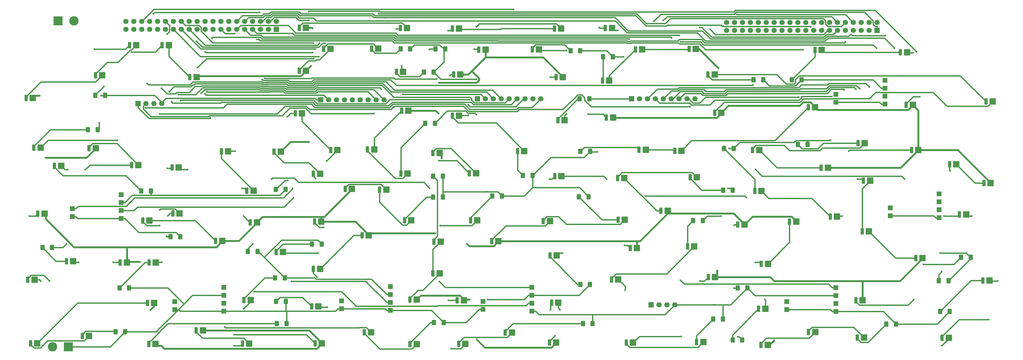
<source format=gbr>
%TF.GenerationSoftware,KiCad,Pcbnew,9.0.2*%
%TF.CreationDate,2025-07-08T20:46:08+02:00*%
%TF.ProjectId,aircond,61697263-6f6e-4642-9e6b-696361645f70,rev?*%
%TF.SameCoordinates,Original*%
%TF.FileFunction,Copper,L1,Top*%
%TF.FilePolarity,Positive*%
%FSLAX46Y46*%
G04 Gerber Fmt 4.6, Leading zero omitted, Abs format (unit mm)*
G04 Created by KiCad (PCBNEW 9.0.2) date 2025-07-08 20:46:08*
%MOMM*%
%LPD*%
G01*
G04 APERTURE LIST*
G04 Aperture macros list*
%AMRoundRect*
0 Rectangle with rounded corners*
0 $1 Rounding radius*
0 $2 $3 $4 $5 $6 $7 $8 $9 X,Y pos of 4 corners*
0 Add a 4 corners polygon primitive as box body*
4,1,4,$2,$3,$4,$5,$6,$7,$8,$9,$2,$3,0*
0 Add four circle primitives for the rounded corners*
1,1,$1+$1,$2,$3*
1,1,$1+$1,$4,$5*
1,1,$1+$1,$6,$7*
1,1,$1+$1,$8,$9*
0 Add four rect primitives between the rounded corners*
20,1,$1+$1,$2,$3,$4,$5,0*
20,1,$1+$1,$4,$5,$6,$7,0*
20,1,$1+$1,$6,$7,$8,$9,0*
20,1,$1+$1,$8,$9,$2,$3,0*%
G04 Aperture macros list end*
%TA.AperFunction,ComponentPad*%
%ADD10R,3.000000X3.000000*%
%TD*%
%TA.AperFunction,ComponentPad*%
%ADD11C,3.000000*%
%TD*%
%TA.AperFunction,SMDPad,CuDef*%
%ADD12RoundRect,0.165000X-0.385000X-0.885000X0.385000X-0.885000X0.385000X0.885000X-0.385000X0.885000X0*%
%TD*%
%TA.AperFunction,SMDPad,CuDef*%
%ADD13RoundRect,0.315000X-0.735000X-0.735000X0.735000X-0.735000X0.735000X0.735000X-0.735000X0.735000X0*%
%TD*%
%TA.AperFunction,SMDPad,CuDef*%
%ADD14RoundRect,0.250000X-0.400000X-0.625000X0.400000X-0.625000X0.400000X0.625000X-0.400000X0.625000X0*%
%TD*%
%TA.AperFunction,ComponentPad*%
%ADD15R,1.500000X1.500000*%
%TD*%
%TA.AperFunction,ComponentPad*%
%ADD16R,1.700000X1.700000*%
%TD*%
%TA.AperFunction,ComponentPad*%
%ADD17C,1.700000*%
%TD*%
%TA.AperFunction,ViaPad*%
%ADD18C,0.600000*%
%TD*%
%TA.AperFunction,Conductor*%
%ADD19C,0.400000*%
%TD*%
%TA.AperFunction,Conductor*%
%ADD20C,0.600000*%
%TD*%
G04 APERTURE END LIST*
D10*
%TO.P,J9,1,Pin_1*%
%TO.N,GND*%
X71830000Y-191500000D03*
D11*
%TO.P,J9,2,Pin_2*%
%TO.N,+12V*%
X66750000Y-191500000D03*
%TD*%
%TO.P,J8,2,Pin_2*%
%TO.N,+12V*%
X73590000Y-87000000D03*
D10*
%TO.P,J8,1,Pin_1*%
%TO.N,GND*%
X68510000Y-87000000D03*
%TD*%
D12*
%TO.P,D2,1,K*%
%TO.N,Net-(D2-K)*%
X80510000Y-104450000D03*
D13*
%TO.P,D2,2,A*%
%TO.N,Net-(D1-K)*%
X82660000Y-104450000D03*
%TD*%
D12*
%TO.P,D53,1,K*%
%TO.N,Net-(D53-K)*%
X150960000Y-190400000D03*
D13*
%TO.P,D53,2,A*%
%TO.N,+12V*%
X153110000Y-190400000D03*
%TD*%
D12*
%TO.P,D48,1,K*%
%TO.N,Net-(D48-K)*%
X200460000Y-135900000D03*
D13*
%TO.P,D48,2,A*%
%TO.N,Net-(D47-K)*%
X202610000Y-135900000D03*
%TD*%
D14*
%TO.P,R4,1*%
%TO.N,Net-(D12-K)*%
X63500000Y-159700000D03*
%TO.P,R4,2*%
%TO.N,GND*%
X66600000Y-159700000D03*
%TD*%
%TO.P,R37,1*%
%TO.N,Net-(D107-K)*%
X291650000Y-105950000D03*
%TO.P,R37,2*%
%TO.N,GND*%
X294750000Y-105950000D03*
%TD*%
D12*
%TO.P,D59,1,K*%
%TO.N,Net-(D59-K)*%
X196560000Y-176650000D03*
D13*
%TO.P,D59,2,A*%
%TO.N,+12V*%
X198710000Y-176650000D03*
%TD*%
D12*
%TO.P,D84,1,K*%
%TO.N,Net-(D84-K)*%
X324450000Y-176650000D03*
D13*
%TO.P,D84,2,A*%
%TO.N,+12V*%
X326600000Y-176650000D03*
%TD*%
D12*
%TO.P,D107,1,K*%
%TO.N,Net-(D107-K)*%
X277000000Y-104250000D03*
D13*
%TO.P,D107,2,A*%
%TO.N,Net-(D106-K)*%
X279150000Y-104250000D03*
%TD*%
D14*
%TO.P,R9,1*%
%TO.N,Net-(D25-K)*%
X138150000Y-169450000D03*
%TO.P,R9,2*%
%TO.N,GND*%
X141250000Y-169450000D03*
%TD*%
D12*
%TO.P,D49,1,K*%
%TO.N,Net-(D49-K)*%
X200810000Y-150950000D03*
D13*
%TO.P,D49,2,A*%
%TO.N,Net-(D48-K)*%
X202960000Y-150950000D03*
%TD*%
D12*
%TO.P,D103,1,K*%
%TO.N,Net-(D103-K)*%
X266360000Y-128650000D03*
D13*
%TO.P,D103,2,A*%
%TO.N,Net-(D102-K)*%
X268510000Y-128650000D03*
%TD*%
D12*
%TO.P,D106,1,K*%
%TO.N,Net-(D106-K)*%
X366160000Y-112900000D03*
D13*
%TO.P,D106,2,A*%
%TO.N,Net-(D105-K)*%
X368310000Y-112900000D03*
%TD*%
D14*
%TO.P,R19,1*%
%TO.N,Net-(D55-K)*%
X189100000Y-183750000D03*
%TO.P,R19,2*%
%TO.N,GND*%
X192200000Y-183750000D03*
%TD*%
%TO.P,R15,1*%
%TO.N,Net-(D43-K)*%
X186300000Y-119850000D03*
%TO.P,R15,2*%
%TO.N,GND*%
X189400000Y-119850000D03*
%TD*%
D12*
%TO.P,D11,1,K*%
%TO.N,Net-(D11-K)*%
X92110000Y-133250000D03*
D13*
%TO.P,D11,2,A*%
%TO.N,Net-(D10-K)*%
X94260000Y-133250000D03*
%TD*%
D14*
%TO.P,R28,1*%
%TO.N,Net-(D80-K)*%
X284900000Y-189350000D03*
%TO.P,R28,2*%
%TO.N,GND*%
X288000000Y-189350000D03*
%TD*%
D15*
%TO.P,KR3,1,+5V_TOP_LED*%
%TO.N,Net-(J1-Pin_4)*%
X351150000Y-142500000D03*
%TO.P,KR3,2,GND_TOP_LED*%
%TO.N,GND*%
X351150000Y-145040000D03*
%TO.P,KR3,3,+5V_BOTTOM_LED*%
%TO.N,Net-(J1-Pin_5)*%
X351150000Y-147580000D03*
%TO.P,KR3,4,GND_BOTTOM_LED*%
%TO.N,GND*%
X351150000Y-150120000D03*
%TO.P,KR3,5,SW_IN*%
%TO.N,Net-(J1-Pin_6)*%
X335450000Y-147000000D03*
%TO.P,KR3,6,SW_OUT*%
%TO.N,GND*%
X335450000Y-149540000D03*
%TD*%
D12*
%TO.P,D37,1,K*%
%TO.N,Net-(D37-K)*%
X169060000Y-95900000D03*
D13*
%TO.P,D37,2,A*%
%TO.N,Net-(D36-K)*%
X171210000Y-95900000D03*
%TD*%
D14*
%TO.P,R31,1*%
%TO.N,Net-(D89-K)*%
X351050000Y-170350000D03*
%TO.P,R31,2*%
%TO.N,GND*%
X354150000Y-170350000D03*
%TD*%
%TO.P,R25,1*%
%TO.N,Net-(D73-K)*%
X278650000Y-182650000D03*
%TO.P,R25,2*%
%TO.N,GND*%
X281750000Y-182650000D03*
%TD*%
%TO.P,R35,1*%
%TO.N,Net-(D101-K)*%
X303900000Y-105950000D03*
%TO.P,R35,2*%
%TO.N,GND*%
X307000000Y-105950000D03*
%TD*%
D12*
%TO.P,D78,1,K*%
%TO.N,Net-(D78-K)*%
X303160000Y-151400000D03*
D13*
%TO.P,D78,2,A*%
%TO.N,+12V*%
X305310000Y-151400000D03*
%TD*%
D12*
%TO.P,D19,1,K*%
%TO.N,Net-(D19-K)*%
X97210000Y-177500000D03*
D13*
%TO.P,D19,2,A*%
%TO.N,+12V*%
X99360000Y-177500000D03*
%TD*%
D12*
%TO.P,D95,1,K*%
%TO.N,Net-(D95-K)*%
X292000000Y-141600000D03*
D13*
%TO.P,D95,2,A*%
%TO.N,Net-(D94-K)*%
X294150000Y-141600000D03*
%TD*%
D12*
%TO.P,D28,1,K*%
%TO.N,Net-(D28-K)*%
X129060000Y-141450000D03*
D13*
%TO.P,D28,2,A*%
%TO.N,Net-(D27-K)*%
X131210000Y-141450000D03*
%TD*%
D12*
%TO.P,D14,1,K*%
%TO.N,Net-(D14-K)*%
X105050000Y-134050000D03*
D13*
%TO.P,D14,2,A*%
%TO.N,Net-(D13-K)*%
X107200000Y-134050000D03*
%TD*%
D15*
%TO.P,KR5,1,+5V_TOP_LED*%
%TO.N,Net-(J1-Pin_7)*%
X318000000Y-172550000D03*
%TO.P,KR5,2,GND_TOP_LED*%
%TO.N,GND*%
X318000000Y-175090000D03*
%TO.P,KR5,3,+5V_BOTTOM_LED*%
%TO.N,Net-(J1-Pin_8)*%
X318000000Y-177630000D03*
%TO.P,KR5,4,GND_BOTTOM_LED*%
%TO.N,GND*%
X318000000Y-180170000D03*
%TO.P,KR5,5,SW_IN*%
%TO.N,Net-(J1-Pin_9)*%
X302300000Y-177050000D03*
%TO.P,KR5,6,SW_OUT*%
%TO.N,GND*%
X302300000Y-179590000D03*
%TD*%
D12*
%TO.P,D26,1,K*%
%TO.N,Net-(D26-K)*%
X130160000Y-151600000D03*
D13*
%TO.P,D26,2,A*%
%TO.N,+12V*%
X132310000Y-151600000D03*
%TD*%
D14*
%TO.P,R3,1*%
%TO.N,Net-(D9-K)*%
X95200000Y-141600000D03*
%TO.P,R3,2*%
%TO.N,GND*%
X98300000Y-141600000D03*
%TD*%
D12*
%TO.P,D83,1,K*%
%TO.N,Net-(D83-K)*%
X324900000Y-188550000D03*
D13*
%TO.P,D83,2,A*%
%TO.N,Net-(D82-K)*%
X327050000Y-188550000D03*
%TD*%
D12*
%TO.P,D112,1,K*%
%TO.N,Net-(D112-K)*%
X227850000Y-136800000D03*
D13*
%TO.P,D112,2,A*%
%TO.N,Net-(D111-K)*%
X230000000Y-136800000D03*
%TD*%
D12*
%TO.P,D54,1,K*%
%TO.N,Net-(D54-K)*%
X166760000Y-186850000D03*
D13*
%TO.P,D54,2,A*%
%TO.N,Net-(D53-K)*%
X168910000Y-186850000D03*
%TD*%
D12*
%TO.P,D50,1,K*%
%TO.N,Net-(D50-K)*%
X166010000Y-155750000D03*
D13*
%TO.P,D50,2,A*%
%TO.N,+12V*%
X168160000Y-155750000D03*
%TD*%
D12*
%TO.P,D3,1,K*%
%TO.N,Net-(D3-K)*%
X91460000Y-94800000D03*
D13*
%TO.P,D3,2,A*%
%TO.N,Net-(D2-K)*%
X93610000Y-94800000D03*
%TD*%
D12*
%TO.P,D25,1,K*%
%TO.N,Net-(D25-K)*%
X128160000Y-176550000D03*
D13*
%TO.P,D25,2,A*%
%TO.N,Net-(D24-K)*%
X130310000Y-176550000D03*
%TD*%
D12*
%TO.P,D33,1,K*%
%TO.N,Net-(D33-K)*%
X155960000Y-128400000D03*
D13*
%TO.P,D33,2,A*%
%TO.N,Net-(D32-K)*%
X158110000Y-128400000D03*
%TD*%
D12*
%TO.P,D119,1,K*%
%TO.N,Net-(D119-K)*%
X195000000Y-89500000D03*
D13*
%TO.P,D119,2,A*%
%TO.N,Net-(D118-K)*%
X197150000Y-89500000D03*
%TD*%
D12*
%TO.P,D72,1,K*%
%TO.N,Net-(D72-K)*%
X250800000Y-190200000D03*
D13*
%TO.P,D72,2,A*%
%TO.N,Net-(D71-K)*%
X252950000Y-190200000D03*
%TD*%
D14*
%TO.P,R36,1*%
%TO.N,Net-(D104-K)*%
X236100000Y-128900000D03*
%TO.P,R36,2*%
%TO.N,GND*%
X239200000Y-128900000D03*
%TD*%
D12*
%TO.P,D17,1,K*%
%TO.N,Net-(D17-K)*%
X95660000Y-151050000D03*
D13*
%TO.P,D17,2,A*%
%TO.N,Net-(D16-K)*%
X97810000Y-151050000D03*
%TD*%
D12*
%TO.P,D47,1,K*%
%TO.N,Net-(D47-K)*%
X188760000Y-129400000D03*
D13*
%TO.P,D47,2,A*%
%TO.N,+12V*%
X190910000Y-129400000D03*
%TD*%
D12*
%TO.P,D79,1,K*%
%TO.N,Net-(D79-K)*%
X294100000Y-164900000D03*
D13*
%TO.P,D79,2,A*%
%TO.N,Net-(D78-K)*%
X296250000Y-164900000D03*
%TD*%
D16*
%TO.P,J5,1,Pin_1*%
%TO.N,Net-(J5-Pin_1)*%
X94150000Y-113550000D03*
D17*
%TO.P,J5,2,Pin_2*%
%TO.N,Net-(J5-Pin_2)*%
X96690000Y-113550000D03*
%TO.P,J5,3,Pin_3*%
%TO.N,Net-(J5-Pin_3)*%
X99230000Y-113550000D03*
%TO.P,J5,4,Pin_4*%
%TO.N,GND*%
X101770000Y-113550000D03*
%TD*%
D12*
%TO.P,D122,1,K*%
%TO.N,Net-(D122-K)*%
X215910000Y-128750000D03*
D13*
%TO.P,D122,2,A*%
%TO.N,Net-(D121-K)*%
X218060000Y-128750000D03*
%TD*%
D12*
%TO.P,D117,1,K*%
%TO.N,Net-(D117-K)*%
X203510000Y-96300000D03*
D13*
%TO.P,D117,2,A*%
%TO.N,+12V*%
X205660000Y-96300000D03*
%TD*%
D12*
%TO.P,D5,1,K*%
%TO.N,Net-(D5-K)*%
X101900000Y-94850000D03*
D13*
%TO.P,D5,2,A*%
%TO.N,Net-(D4-K)*%
X104050000Y-94850000D03*
%TD*%
D14*
%TO.P,R32,1*%
%TO.N,Net-(D92-K)*%
X358150000Y-162850000D03*
%TO.P,R32,2*%
%TO.N,GND*%
X361250000Y-162850000D03*
%TD*%
D12*
%TO.P,D43,1,K*%
%TO.N,Net-(D43-K)*%
X178460000Y-136000000D03*
D13*
%TO.P,D43,2,A*%
%TO.N,Net-(D42-K)*%
X180610000Y-136000000D03*
%TD*%
D12*
%TO.P,D80,1,K*%
%TO.N,Net-(D80-K)*%
X293260000Y-179350000D03*
D13*
%TO.P,D80,2,A*%
%TO.N,Net-(D79-K)*%
X295410000Y-179350000D03*
%TD*%
D14*
%TO.P,R42,1*%
%TO.N,Net-(D122-K)*%
X217650000Y-136600000D03*
%TO.P,R42,2*%
%TO.N,GND*%
X220750000Y-136600000D03*
%TD*%
D12*
%TO.P,D36,1,K*%
%TO.N,Net-(D36-K)*%
X153700000Y-96000000D03*
D13*
%TO.P,D36,2,A*%
%TO.N,Net-(D35-K)*%
X155850000Y-96000000D03*
%TD*%
D12*
%TO.P,D4,1,K*%
%TO.N,Net-(D4-K)*%
X110800000Y-105100000D03*
D13*
%TO.P,D4,2,A*%
%TO.N,+12V*%
X112950000Y-105100000D03*
%TD*%
D14*
%TO.P,R14,1*%
%TO.N,Net-(D40-K)*%
X185900000Y-103450000D03*
%TO.P,R14,2*%
%TO.N,GND*%
X189000000Y-103450000D03*
%TD*%
D12*
%TO.P,D87,1,K*%
%TO.N,Net-(D87-K)*%
X365500000Y-139050000D03*
D13*
%TO.P,D87,2,A*%
%TO.N,+12V*%
X367650000Y-139050000D03*
%TD*%
D12*
%TO.P,D74,1,K*%
%TO.N,Net-(D74-K)*%
X286560000Y-152350000D03*
D13*
%TO.P,D74,2,A*%
%TO.N,+12V*%
X288710000Y-152350000D03*
%TD*%
D14*
%TO.P,R29,1*%
%TO.N,Net-(D83-K)*%
X334200000Y-184200000D03*
%TO.P,R29,2*%
%TO.N,GND*%
X337300000Y-184200000D03*
%TD*%
D12*
%TO.P,D22,1,K*%
%TO.N,Net-(D22-K)*%
X97610000Y-190600000D03*
D13*
%TO.P,D22,2,A*%
%TO.N,+12V*%
X99760000Y-190600000D03*
%TD*%
D12*
%TO.P,D69,1,K*%
%TO.N,Net-(D69-K)*%
X246060000Y-169900000D03*
D13*
%TO.P,D69,2,A*%
%TO.N,Net-(D68-K)*%
X248210000Y-169900000D03*
%TD*%
D14*
%TO.P,R40,1*%
%TO.N,Net-(D116-K)*%
X232900000Y-96600000D03*
%TO.P,R40,2*%
%TO.N,GND*%
X236000000Y-96600000D03*
%TD*%
D12*
%TO.P,D92,1,K*%
%TO.N,Net-(D92-K)*%
X326850000Y-138250000D03*
D13*
%TO.P,D92,2,A*%
%TO.N,Net-(D91-K)*%
X329000000Y-138250000D03*
%TD*%
D14*
%TO.P,R1,1*%
%TO.N,Net-(D3-K)*%
X80450000Y-110900000D03*
%TO.P,R1,2*%
%TO.N,GND*%
X83550000Y-110900000D03*
%TD*%
D12*
%TO.P,D34,1,K*%
%TO.N,Net-(D34-K)*%
X144600000Y-116700000D03*
D13*
%TO.P,D34,2,A*%
%TO.N,Net-(D33-K)*%
X146750000Y-116700000D03*
%TD*%
D12*
%TO.P,D8,1,K*%
%TO.N,Net-(D8-K)*%
X58810000Y-170050000D03*
D13*
%TO.P,D8,2,A*%
%TO.N,Net-(D7-K)*%
X60960000Y-170050000D03*
%TD*%
D12*
%TO.P,D82,1,K*%
%TO.N,Net-(D82-K)*%
X309260000Y-186750000D03*
D13*
%TO.P,D82,2,A*%
%TO.N,Net-(D81-K)*%
X311410000Y-186750000D03*
%TD*%
D14*
%TO.P,R24,1*%
%TO.N,Net-(D70-K)*%
X272250000Y-151050000D03*
%TO.P,R24,2*%
%TO.N,GND*%
X275350000Y-151050000D03*
%TD*%
D12*
%TO.P,D10,1,K*%
%TO.N,Net-(D10-K)*%
X78460000Y-127850000D03*
D13*
%TO.P,D10,2,A*%
%TO.N,+12V*%
X80610000Y-127850000D03*
%TD*%
D12*
%TO.P,D13,1,K*%
%TO.N,Net-(D13-K)*%
X88450000Y-164500000D03*
D13*
%TO.P,D13,2,A*%
%TO.N,+12V*%
X90600000Y-164500000D03*
%TD*%
D12*
%TO.P,D88,1,K*%
%TO.N,Net-(D88-K)*%
X354510000Y-133050000D03*
D13*
%TO.P,D88,2,A*%
%TO.N,Net-(D87-K)*%
X356660000Y-133050000D03*
%TD*%
D12*
%TO.P,D29,1,K*%
%TO.N,Net-(D29-K)*%
X137810000Y-128950000D03*
D13*
%TO.P,D29,2,A*%
%TO.N,+12V*%
X139960000Y-128950000D03*
%TD*%
D14*
%TO.P,R17,1*%
%TO.N,Net-(D49-K)*%
X207800000Y-143150000D03*
%TO.P,R17,2*%
%TO.N,GND*%
X210900000Y-143150000D03*
%TD*%
%TO.P,R27,1*%
%TO.N,Net-(D77-K)*%
X281850000Y-141300000D03*
%TO.P,R27,2*%
%TO.N,GND*%
X284950000Y-141300000D03*
%TD*%
D12*
%TO.P,D100,1,K*%
%TO.N,Net-(D100-K)*%
X338700000Y-97150000D03*
D13*
%TO.P,D100,2,A*%
%TO.N,Net-(D100-A)*%
X340850000Y-97150000D03*
%TD*%
D12*
%TO.P,D71,1,K*%
%TO.N,Net-(D71-K)*%
X277110000Y-169200000D03*
D13*
%TO.P,D71,2,A*%
%TO.N,+12V*%
X279260000Y-169200000D03*
%TD*%
D12*
%TO.P,D76,1,K*%
%TO.N,Net-(D76-K)*%
X248010000Y-137450000D03*
D13*
%TO.P,D76,2,A*%
%TO.N,Net-(D75-K)*%
X250160000Y-137450000D03*
%TD*%
D12*
%TO.P,D23,1,K*%
%TO.N,Net-(D23-K)*%
X112810000Y-186300000D03*
D13*
%TO.P,D23,2,A*%
%TO.N,+12V*%
X114960000Y-186300000D03*
%TD*%
D12*
%TO.P,D97,1,K*%
%TO.N,Net-(D97-K)*%
X291300000Y-128400000D03*
D13*
%TO.P,D97,2,A*%
%TO.N,Net-(D96-K)*%
X293450000Y-128400000D03*
%TD*%
D12*
%TO.P,D12,1,K*%
%TO.N,Net-(D12-K)*%
X71210000Y-164050000D03*
D13*
%TO.P,D12,2,A*%
%TO.N,Net-(D11-K)*%
X73360000Y-164050000D03*
%TD*%
D12*
%TO.P,D110,1,K*%
%TO.N,Net-(D110-K)*%
X243150000Y-106200000D03*
D13*
%TO.P,D110,2,A*%
%TO.N,Net-(D109-K)*%
X245300000Y-106200000D03*
%TD*%
D12*
%TO.P,D99,1,K*%
%TO.N,Net-(D100-A)*%
X340560000Y-114000000D03*
D13*
%TO.P,D99,2,A*%
%TO.N,+12V*%
X342710000Y-114000000D03*
%TD*%
D14*
%TO.P,R39,1*%
%TO.N,Net-(D113-K)*%
X235850000Y-112050000D03*
%TO.P,R39,2*%
%TO.N,GND*%
X238950000Y-112050000D03*
%TD*%
%TO.P,R22,1*%
%TO.N,Net-(D64-K)*%
X236050000Y-171500000D03*
%TO.P,R22,2*%
%TO.N,GND*%
X239150000Y-171500000D03*
%TD*%
D12*
%TO.P,D118,1,K*%
%TO.N,Net-(D118-K)*%
X227760000Y-89500000D03*
D13*
%TO.P,D118,2,A*%
%TO.N,Net-(D117-K)*%
X229910000Y-89500000D03*
%TD*%
D12*
%TO.P,D101,1,K*%
%TO.N,Net-(D101-K)*%
X311310000Y-96350000D03*
D13*
%TO.P,D101,2,A*%
%TO.N,Net-(D100-K)*%
X313460000Y-96350000D03*
%TD*%
D12*
%TO.P,D94,1,K*%
%TO.N,Net-(D94-K)*%
X316210000Y-149800000D03*
D13*
%TO.P,D94,2,A*%
%TO.N,Net-(D93-K)*%
X318360000Y-149800000D03*
%TD*%
D12*
%TO.P,D39,1,K*%
%TO.N,Net-(D39-K)*%
X178300000Y-89300000D03*
D13*
%TO.P,D39,2,A*%
%TO.N,Net-(D38-K)*%
X180450000Y-89300000D03*
%TD*%
D14*
%TO.P,R41,1*%
%TO.N,Net-(D119-K)*%
X189600000Y-96050000D03*
%TO.P,R41,2*%
%TO.N,GND*%
X192700000Y-96050000D03*
%TD*%
%TO.P,R26,1*%
%TO.N,Net-(D74-K)*%
X286550000Y-172650000D03*
%TO.P,R26,2*%
%TO.N,GND*%
X289650000Y-172650000D03*
%TD*%
D12*
%TO.P,D65,1,K*%
%TO.N,Net-(D65-K)*%
X207610000Y-157650000D03*
D13*
%TO.P,D65,2,A*%
%TO.N,+12V*%
X209760000Y-157650000D03*
%TD*%
D12*
%TO.P,D45,1,K*%
%TO.N,Net-(D45-K)*%
X171660000Y-141100000D03*
D13*
%TO.P,D45,2,A*%
%TO.N,Net-(D44-K)*%
X173810000Y-141100000D03*
%TD*%
D14*
%TO.P,R34,1*%
%TO.N,Net-(D98-K)*%
X305850000Y-126700000D03*
%TO.P,R34,2*%
%TO.N,GND*%
X308950000Y-126700000D03*
%TD*%
%TO.P,R18,1*%
%TO.N,Net-(D52-K)*%
X138450000Y-176950000D03*
%TO.P,R18,2*%
%TO.N,GND*%
X141550000Y-176950000D03*
%TD*%
D12*
%TO.P,D51,1,K*%
%TO.N,Net-(D51-K)*%
X150410000Y-166550000D03*
D13*
%TO.P,D51,2,A*%
%TO.N,Net-(D50-K)*%
X152560000Y-166550000D03*
%TD*%
D12*
%TO.P,D96,1,K*%
%TO.N,Net-(D96-K)*%
X313300000Y-134100000D03*
D13*
%TO.P,D96,2,A*%
%TO.N,+12V*%
X315450000Y-134100000D03*
%TD*%
D12*
%TO.P,D27,1,K*%
%TO.N,Net-(D27-K)*%
X120910000Y-128850000D03*
D13*
%TO.P,D27,2,A*%
%TO.N,Net-(D26-K)*%
X123060000Y-128850000D03*
%TD*%
D12*
%TO.P,D67,1,K*%
%TO.N,Net-(D67-K)*%
X248160000Y-150800000D03*
D13*
%TO.P,D67,2,A*%
%TO.N,Net-(D66-K)*%
X250310000Y-150800000D03*
%TD*%
D12*
%TO.P,D102,1,K*%
%TO.N,Net-(D102-K)*%
X309210000Y-114700000D03*
D13*
%TO.P,D102,2,A*%
%TO.N,+12V*%
X311360000Y-114700000D03*
%TD*%
D12*
%TO.P,D86,1,K*%
%TO.N,Net-(D86-K)*%
X365160000Y-170250000D03*
D13*
%TO.P,D86,2,A*%
%TO.N,Net-(D85-K)*%
X367310000Y-170250000D03*
%TD*%
D12*
%TO.P,D121,1,K*%
%TO.N,Net-(D121-K)*%
X195000000Y-117450000D03*
D13*
%TO.P,D121,2,A*%
%TO.N,Net-(D120-K)*%
X197150000Y-117450000D03*
%TD*%
D12*
%TO.P,D120,1,K*%
%TO.N,Net-(D120-K)*%
X195400000Y-104250000D03*
D13*
%TO.P,D120,2,A*%
%TO.N,+12V*%
X197550000Y-104250000D03*
%TD*%
D12*
%TO.P,D68,1,K*%
%TO.N,Net-(D68-K)*%
X252060000Y-159850000D03*
D13*
%TO.P,D68,2,A*%
%TO.N,+12V*%
X254210000Y-159850000D03*
%TD*%
D12*
%TO.P,D38,1,K*%
%TO.N,Net-(D38-K)*%
X145860000Y-89200000D03*
D13*
%TO.P,D38,2,A*%
%TO.N,+12V*%
X148010000Y-89200000D03*
%TD*%
D12*
%TO.P,D44,1,K*%
%TO.N,Net-(D44-K)*%
X160610000Y-140900000D03*
D13*
%TO.P,D44,2,A*%
%TO.N,+12V*%
X162760000Y-140900000D03*
%TD*%
D12*
%TO.P,D116,1,K*%
%TO.N,Net-(D116-K)*%
X220660000Y-96150000D03*
D13*
%TO.P,D116,2,A*%
%TO.N,Net-(D115-K)*%
X222810000Y-96150000D03*
%TD*%
D12*
%TO.P,D58,1,K*%
%TO.N,Net-(D58-K)*%
X189110000Y-157800000D03*
D13*
%TO.P,D58,2,A*%
%TO.N,Net-(D57-K)*%
X191260000Y-157800000D03*
%TD*%
D12*
%TO.P,D60,1,K*%
%TO.N,Net-(D60-K)*%
X197010000Y-190600000D03*
D13*
%TO.P,D60,2,A*%
%TO.N,Net-(D59-K)*%
X199160000Y-190600000D03*
%TD*%
D12*
%TO.P,D40,1,K*%
%TO.N,Net-(D40-K)*%
X177060000Y-103400000D03*
D13*
%TO.P,D40,2,A*%
%TO.N,Net-(D39-K)*%
X179210000Y-103400000D03*
%TD*%
D14*
%TO.P,R23,1*%
%TO.N,Net-(D67-K)*%
X235600000Y-143400000D03*
%TO.P,R23,2*%
%TO.N,GND*%
X238700000Y-143400000D03*
%TD*%
D15*
%TO.P,KR6,1,+5V_TOP_LED*%
%TO.N,Net-(J1-Pin_10)*%
X333750000Y-106050000D03*
%TO.P,KR6,2,GND_TOP_LED*%
%TO.N,GND*%
X333750000Y-108590000D03*
%TO.P,KR6,3,+5V_BOTTOM_LED*%
%TO.N,Net-(J1-Pin_11)*%
X333750000Y-111130000D03*
%TO.P,KR6,4,GND_BOTTOM_LED*%
%TO.N,GND*%
X333750000Y-113670000D03*
%TO.P,KR6,5,SW_IN*%
%TO.N,Net-(J1-Pin_12)*%
X318050000Y-110550000D03*
%TO.P,KR6,6,SW_OUT*%
%TO.N,GND*%
X318050000Y-113090000D03*
%TD*%
D16*
%TO.P,J3,1,Pin_1*%
%TO.N,GND*%
X203060000Y-112050000D03*
D17*
%TO.P,J3,2,Pin_2*%
%TO.N,Net-(J1-Pin_30)*%
X205600000Y-112050000D03*
%TO.P,J3,3,Pin_3*%
%TO.N,Net-(J1-Pin_31)*%
X208140000Y-112050000D03*
%TO.P,J3,4,Pin_4*%
%TO.N,Net-(J1-Pin_32)*%
X210680000Y-112050000D03*
%TO.P,J3,5,Pin_5*%
%TO.N,Net-(J1-Pin_33)*%
X213220000Y-112050000D03*
%TO.P,J3,6,Pin_6*%
%TO.N,Net-(J1-Pin_34)*%
X215760000Y-112050000D03*
%TO.P,J3,7,Pin_7*%
%TO.N,Net-(J1-Pin_35)*%
X218300000Y-112050000D03*
%TO.P,J3,8,Pin_8*%
%TO.N,Net-(J1-Pin_36)*%
X220840000Y-112050000D03*
%TO.P,J3,9,Pin_9*%
%TO.N,Net-(J1-Pin_37)*%
X223380000Y-112050000D03*
%TD*%
D12*
%TO.P,D109,1,K*%
%TO.N,Net-(D109-K)*%
X253750000Y-96150000D03*
D13*
%TO.P,D109,2,A*%
%TO.N,Net-(D108-K)*%
X255900000Y-96150000D03*
%TD*%
D12*
%TO.P,D55,1,K*%
%TO.N,Net-(D55-K)*%
X181410000Y-190650000D03*
D13*
%TO.P,D55,2,A*%
%TO.N,Net-(D54-K)*%
X183560000Y-190650000D03*
%TD*%
D12*
%TO.P,D35,1,K*%
%TO.N,Net-(D35-K)*%
X145860000Y-103050000D03*
D13*
%TO.P,D35,2,A*%
%TO.N,+12V*%
X148010000Y-103050000D03*
%TD*%
D14*
%TO.P,R33,1*%
%TO.N,Net-(D95-K)*%
X282150000Y-127950000D03*
%TO.P,R33,2*%
%TO.N,GND*%
X285250000Y-127950000D03*
%TD*%
D15*
%TO.P,KR7,1,+5V_TOP_LED*%
%TO.N,Net-(J1-Pin_13)*%
X220500000Y-172450000D03*
%TO.P,KR7,2,GND_TOP_LED*%
%TO.N,GND*%
X220500000Y-174990000D03*
%TO.P,KR7,3,+5V_BOTTOM_LED*%
%TO.N,Net-(J1-Pin_14)*%
X220500000Y-177530000D03*
%TO.P,KR7,4,GND_BOTTOM_LED*%
%TO.N,GND*%
X220500000Y-180070000D03*
%TO.P,KR7,5,SW_IN*%
%TO.N,Net-(J1-Pin_15)*%
X204800000Y-176950000D03*
%TO.P,KR7,6,SW_OUT*%
%TO.N,GND*%
X204800000Y-179490000D03*
%TD*%
D12*
%TO.P,D91,1,K*%
%TO.N,Net-(D91-K)*%
X326460000Y-154550000D03*
D13*
%TO.P,D91,2,A*%
%TO.N,Net-(D90-K)*%
X328610000Y-154550000D03*
%TD*%
D12*
%TO.P,D24,1,K*%
%TO.N,Net-(D24-K)*%
X127700000Y-190500000D03*
D13*
%TO.P,D24,2,A*%
%TO.N,Net-(D23-K)*%
X129850000Y-190500000D03*
%TD*%
D12*
%TO.P,D93,1,K*%
%TO.N,Net-(D93-K)*%
X342310000Y-128400000D03*
D13*
%TO.P,D93,2,A*%
%TO.N,+12V*%
X344460000Y-128400000D03*
%TD*%
D12*
%TO.P,D57,1,K*%
%TO.N,Net-(D57-K)*%
X188750000Y-168000000D03*
D13*
%TO.P,D57,2,A*%
%TO.N,Net-(D56-K)*%
X190900000Y-168000000D03*
%TD*%
D16*
%TO.P,J6,1,Pin_1*%
%TO.N,Net-(J6-Pin_1)*%
X258790000Y-178050000D03*
D17*
%TO.P,J6,2,Pin_2*%
%TO.N,Net-(J6-Pin_2)*%
X261330000Y-178050000D03*
%TO.P,J6,3,Pin_3*%
%TO.N,Net-(J6-Pin_3)*%
X263870000Y-178050000D03*
%TO.P,J6,4,Pin_4*%
%TO.N,GND*%
X266410000Y-178050000D03*
%TD*%
D12*
%TO.P,D85,1,K*%
%TO.N,Net-(D85-K)*%
X352100000Y-188650000D03*
D13*
%TO.P,D85,2,A*%
%TO.N,Net-(D84-K)*%
X354250000Y-188650000D03*
%TD*%
D14*
%TO.P,R7,1*%
%TO.N,Net-(D21-K)*%
X86950000Y-186700000D03*
%TO.P,R7,2*%
%TO.N,GND*%
X90050000Y-186700000D03*
%TD*%
D12*
%TO.P,D42,1,K*%
%TO.N,Net-(D42-K)*%
X167760000Y-128300000D03*
D13*
%TO.P,D42,2,A*%
%TO.N,Net-(D41-K)*%
X169910000Y-128300000D03*
%TD*%
D15*
%TO.P,KR4,1,+5V_TOP_LED*%
%TO.N,Net-(J1-Pin_19)*%
X175150000Y-172250000D03*
%TO.P,KR4,2,GND_TOP_LED*%
%TO.N,GND*%
X175150000Y-174790000D03*
%TO.P,KR4,3,+5V_BOTTOM_LED*%
%TO.N,Net-(J1-Pin_20)*%
X175150000Y-177330000D03*
%TO.P,KR4,4,GND_BOTTOM_LED*%
%TO.N,GND*%
X175150000Y-179870000D03*
%TO.P,KR4,5,SW_IN*%
%TO.N,Net-(J1-Pin_21)*%
X159450000Y-176750000D03*
%TO.P,KR4,6,SW_OUT*%
%TO.N,GND*%
X159450000Y-179290000D03*
%TD*%
D12*
%TO.P,D89,1,K*%
%TO.N,Net-(D89-K)*%
X357660000Y-149100000D03*
D13*
%TO.P,D89,2,A*%
%TO.N,Net-(D88-K)*%
X359810000Y-149100000D03*
%TD*%
D12*
%TO.P,D46,1,K*%
%TO.N,Net-(D46-K)*%
X179660000Y-150950000D03*
D13*
%TO.P,D46,2,A*%
%TO.N,Net-(D45-K)*%
X181810000Y-150950000D03*
%TD*%
D14*
%TO.P,R10,1*%
%TO.N,Net-(D28-K)*%
X129400000Y-160950000D03*
%TO.P,R10,2*%
%TO.N,GND*%
X132500000Y-160950000D03*
%TD*%
%TO.P,R13,1*%
%TO.N,Net-(D37-K)*%
X178400000Y-96050000D03*
%TO.P,R13,2*%
%TO.N,GND*%
X181500000Y-96050000D03*
%TD*%
%TO.P,R30,1*%
%TO.N,Net-(D86-K)*%
X351450000Y-180150000D03*
%TO.P,R30,2*%
%TO.N,GND*%
X354550000Y-180150000D03*
%TD*%
D16*
%TO.P,J4,1,Pin_1*%
%TO.N,GND*%
X252520000Y-112050000D03*
D17*
%TO.P,J4,2,Pin_2*%
%TO.N,Net-(J4-Pin_2)*%
X255060000Y-112050000D03*
%TO.P,J4,3,Pin_3*%
%TO.N,Net-(J4-Pin_3)*%
X257600000Y-112050000D03*
%TO.P,J4,4,Pin_4*%
%TO.N,Net-(J4-Pin_4)*%
X260140000Y-112050000D03*
%TO.P,J4,5,Pin_5*%
%TO.N,Net-(J4-Pin_5)*%
X262680000Y-112050000D03*
%TO.P,J4,6,Pin_6*%
%TO.N,Net-(J4-Pin_6)*%
X265220000Y-112050000D03*
%TO.P,J4,7,Pin_7*%
%TO.N,Net-(J4-Pin_7)*%
X267760000Y-112050000D03*
%TO.P,J4,8,Pin_8*%
%TO.N,Net-(J4-Pin_8)*%
X270300000Y-112050000D03*
%TO.P,J4,9,Pin_9*%
%TO.N,Net-(J4-Pin_9)*%
X272840000Y-112050000D03*
%TD*%
D12*
%TO.P,D32,1,K*%
%TO.N,Net-(D32-K)*%
X150810000Y-151400000D03*
D13*
%TO.P,D32,2,A*%
%TO.N,+12V*%
X152960000Y-151400000D03*
%TD*%
D14*
%TO.P,R11,1*%
%TO.N,Net-(D31-K)*%
X150000000Y-158600000D03*
%TO.P,R11,2*%
%TO.N,GND*%
X153100000Y-158600000D03*
%TD*%
D12*
%TO.P,D56,1,K*%
%TO.N,Net-(D56-K)*%
X181410000Y-176350000D03*
D13*
%TO.P,D56,2,A*%
%TO.N,+12V*%
X183560000Y-176350000D03*
%TD*%
D12*
%TO.P,D90,1,K*%
%TO.N,Net-(D90-K)*%
X343650000Y-163100000D03*
D13*
%TO.P,D90,2,A*%
%TO.N,+12V*%
X345800000Y-163100000D03*
%TD*%
D12*
%TO.P,D75,1,K*%
%TO.N,Net-(D75-K)*%
X261910000Y-147900000D03*
D13*
%TO.P,D75,2,A*%
%TO.N,+12V*%
X264060000Y-147900000D03*
%TD*%
D12*
%TO.P,D66,1,K*%
%TO.N,Net-(D66-K)*%
X224150000Y-151250000D03*
D13*
%TO.P,D66,2,A*%
%TO.N,Net-(D65-K)*%
X226300000Y-151250000D03*
%TD*%
D12*
%TO.P,D61,1,K*%
%TO.N,Net-(D61-K)*%
X211960000Y-186950000D03*
D13*
%TO.P,D61,2,A*%
%TO.N,Net-(D60-K)*%
X214110000Y-186950000D03*
%TD*%
D12*
%TO.P,D6,1,K*%
%TO.N,Net-(D6-K)*%
X60760000Y-127650000D03*
D13*
%TO.P,D6,2,A*%
%TO.N,Net-(D5-K)*%
X62910000Y-127650000D03*
%TD*%
D12*
%TO.P,D18,1,K*%
%TO.N,Net-(D18-K)*%
X97710000Y-164500000D03*
D13*
%TO.P,D18,2,A*%
%TO.N,Net-(D17-K)*%
X99860000Y-164500000D03*
%TD*%
D12*
%TO.P,D64,1,K*%
%TO.N,Net-(D64-K)*%
X226310000Y-162250000D03*
D13*
%TO.P,D64,2,A*%
%TO.N,Net-(D63-K)*%
X228460000Y-162250000D03*
%TD*%
D12*
%TO.P,D30,1,K*%
%TO.N,Net-(D30-K)*%
X150410000Y-136100000D03*
D13*
%TO.P,D30,2,A*%
%TO.N,Net-(D29-K)*%
X152560000Y-136100000D03*
%TD*%
D12*
%TO.P,D111,1,K*%
%TO.N,Net-(D111-K)*%
X244400000Y-118000000D03*
D13*
%TO.P,D111,2,A*%
%TO.N,+12V*%
X246550000Y-118000000D03*
%TD*%
D12*
%TO.P,D52,1,K*%
%TO.N,Net-(D52-K)*%
X149860000Y-178600000D03*
D13*
%TO.P,D52,2,A*%
%TO.N,Net-(D51-K)*%
X152010000Y-178600000D03*
%TD*%
D14*
%TO.P,R2,1*%
%TO.N,Net-(D6-K)*%
X78100000Y-121950000D03*
%TO.P,R2,2*%
%TO.N,GND*%
X81200000Y-121950000D03*
%TD*%
D12*
%TO.P,D15,1,K*%
%TO.N,Net-(D15-K)*%
X105310000Y-148800000D03*
D13*
%TO.P,D15,2,A*%
%TO.N,Net-(D14-K)*%
X107460000Y-148800000D03*
%TD*%
D12*
%TO.P,D41,1,K*%
%TO.N,Net-(D41-K)*%
X178710000Y-115850000D03*
D13*
%TO.P,D41,2,A*%
%TO.N,+12V*%
X180860000Y-115850000D03*
%TD*%
D12*
%TO.P,D16,1,K*%
%TO.N,Net-(D16-K)*%
X119060000Y-157550000D03*
D13*
%TO.P,D16,2,A*%
%TO.N,+12V*%
X121210000Y-157550000D03*
%TD*%
D12*
%TO.P,D62,1,K*%
%TO.N,Net-(D62-K)*%
X226160000Y-190200000D03*
D13*
%TO.P,D62,2,A*%
%TO.N,+12V*%
X228310000Y-190200000D03*
%TD*%
D12*
%TO.P,D81,1,K*%
%TO.N,Net-(D81-K)*%
X294000000Y-190900000D03*
D13*
%TO.P,D81,2,A*%
%TO.N,+12V*%
X296150000Y-190900000D03*
%TD*%
D14*
%TO.P,R38,1*%
%TO.N,Net-(D110-K)*%
X243350000Y-98550000D03*
%TO.P,R38,2*%
%TO.N,GND*%
X246450000Y-98550000D03*
%TD*%
D12*
%TO.P,D9,1,K*%
%TO.N,Net-(D9-K)*%
X67350000Y-133550000D03*
D13*
%TO.P,D9,2,A*%
%TO.N,Net-(D8-K)*%
X69500000Y-133550000D03*
%TD*%
D12*
%TO.P,D7,1,K*%
%TO.N,Net-(D7-K)*%
X62010000Y-148850000D03*
D13*
%TO.P,D7,2,A*%
%TO.N,+12V*%
X64160000Y-148850000D03*
%TD*%
D14*
%TO.P,R5,1*%
%TO.N,Net-(D15-K)*%
X104600000Y-156200000D03*
%TO.P,R5,2*%
%TO.N,GND*%
X107700000Y-156200000D03*
%TD*%
D12*
%TO.P,D63,1,K*%
%TO.N,Net-(D63-K)*%
X226800000Y-177400000D03*
D13*
%TO.P,D63,2,A*%
%TO.N,Net-(D62-K)*%
X228950000Y-177400000D03*
%TD*%
D12*
%TO.P,D31,1,K*%
%TO.N,Net-(D31-K)*%
X138460000Y-161150000D03*
D13*
%TO.P,D31,2,A*%
%TO.N,Net-(D30-K)*%
X140610000Y-161150000D03*
%TD*%
D14*
%TO.P,R20,1*%
%TO.N,Net-(D58-K)*%
X188850000Y-136850000D03*
%TO.P,R20,2*%
%TO.N,GND*%
X191950000Y-136850000D03*
%TD*%
D15*
%TO.P,KR1,1,+5V_TOP_LED*%
%TO.N,Net-(J1-Pin_1)*%
X88750000Y-142750000D03*
%TO.P,KR1,2,GND_TOP_LED*%
%TO.N,GND*%
X88750000Y-145290000D03*
%TO.P,KR1,3,+5V_BOTTOM_LED*%
%TO.N,Net-(J1-Pin_2)*%
X88750000Y-147830000D03*
%TO.P,KR1,4,GND_BOTTOM_LED*%
%TO.N,GND*%
X88750000Y-150370000D03*
%TO.P,KR1,5,SW_IN*%
%TO.N,Net-(J1-Pin_3)*%
X73050000Y-147250000D03*
%TO.P,KR1,6,SW_OUT*%
%TO.N,GND*%
X73050000Y-149790000D03*
%TD*%
D12*
%TO.P,D105,1,K*%
%TO.N,Net-(D105-K)*%
X279160000Y-116500000D03*
D13*
%TO.P,D105,2,A*%
%TO.N,+12V*%
X281310000Y-116500000D03*
%TD*%
D14*
%TO.P,R21,1*%
%TO.N,Net-(D61-K)*%
X236900000Y-184050000D03*
%TO.P,R21,2*%
%TO.N,GND*%
X240000000Y-184050000D03*
%TD*%
D12*
%TO.P,D98,1,K*%
%TO.N,Net-(D98-K)*%
X325110000Y-126250000D03*
D13*
%TO.P,D98,2,A*%
%TO.N,Net-(D97-K)*%
X327260000Y-126250000D03*
%TD*%
D12*
%TO.P,D114,1,K*%
%TO.N,Net-(D114-K)*%
X228250000Y-105050000D03*
D13*
%TO.P,D114,2,A*%
%TO.N,+12V*%
X230400000Y-105050000D03*
%TD*%
D12*
%TO.P,D21,1,K*%
%TO.N,Net-(D21-K)*%
X76260000Y-188050000D03*
D13*
%TO.P,D21,2,A*%
%TO.N,Net-(D20-K)*%
X78410000Y-188050000D03*
%TD*%
D12*
%TO.P,D104,1,K*%
%TO.N,Net-(D104-K)*%
X254900000Y-128350000D03*
D13*
%TO.P,D104,2,A*%
%TO.N,Net-(D103-K)*%
X257050000Y-128350000D03*
%TD*%
D12*
%TO.P,D113,1,K*%
%TO.N,Net-(D113-K)*%
X228860000Y-118850000D03*
D13*
%TO.P,D113,2,A*%
%TO.N,Net-(D112-K)*%
X231010000Y-118850000D03*
%TD*%
D12*
%TO.P,D77,1,K*%
%TO.N,Net-(D77-K)*%
X271260000Y-137200000D03*
D13*
%TO.P,D77,2,A*%
%TO.N,Net-(D76-K)*%
X273410000Y-137200000D03*
%TD*%
D14*
%TO.P,R12,1*%
%TO.N,Net-(D34-K)*%
X138400000Y-141050000D03*
%TO.P,R12,2*%
%TO.N,GND*%
X141500000Y-141050000D03*
%TD*%
D12*
%TO.P,D115,1,K*%
%TO.N,Net-(D115-K)*%
X244060000Y-89350000D03*
D13*
%TO.P,D115,2,A*%
%TO.N,Net-(D114-K)*%
X246210000Y-89350000D03*
%TD*%
D14*
%TO.P,R16,1*%
%TO.N,Net-(D46-K)*%
X188850000Y-143550000D03*
%TO.P,R16,2*%
%TO.N,GND*%
X191950000Y-143550000D03*
%TD*%
D12*
%TO.P,D73,1,K*%
%TO.N,Net-(D73-K)*%
X273360000Y-189950000D03*
D13*
%TO.P,D73,2,A*%
%TO.N,Net-(D72-K)*%
X275510000Y-189950000D03*
%TD*%
D12*
%TO.P,D108,1,K*%
%TO.N,Net-(D108-K)*%
X270950000Y-96000000D03*
D13*
%TO.P,D108,2,A*%
%TO.N,+12V*%
X273100000Y-96000000D03*
%TD*%
D12*
%TO.P,D1,1,K*%
%TO.N,Net-(D1-K)*%
X58250000Y-111750000D03*
D13*
%TO.P,D1,2,A*%
%TO.N,+12V*%
X60400000Y-111750000D03*
%TD*%
D12*
%TO.P,D70,1,K*%
%TO.N,Net-(D70-K)*%
X270450000Y-159300000D03*
D13*
%TO.P,D70,2,A*%
%TO.N,Net-(D69-K)*%
X272600000Y-159300000D03*
%TD*%
D12*
%TO.P,D20,1,K*%
%TO.N,Net-(D20-K)*%
X59710000Y-190400000D03*
D13*
%TO.P,D20,2,A*%
%TO.N,Net-(D19-K)*%
X61860000Y-190400000D03*
%TD*%
D15*
%TO.P,KR2,1,+5V_TOP_LED*%
%TO.N,Net-(J1-Pin_16)*%
X121650000Y-172500000D03*
%TO.P,KR2,2,GND_TOP_LED*%
%TO.N,GND*%
X121650000Y-175040000D03*
%TO.P,KR2,3,+5V_BOTTOM_LED*%
%TO.N,Net-(J1-Pin_17)*%
X121650000Y-177580000D03*
%TO.P,KR2,4,GND_BOTTOM_LED*%
%TO.N,GND*%
X121650000Y-180120000D03*
%TO.P,KR2,5,SW_IN*%
%TO.N,Net-(J1-Pin_18)*%
X105950000Y-177000000D03*
%TO.P,KR2,6,SW_OUT*%
%TO.N,GND*%
X105950000Y-179540000D03*
%TD*%
D14*
%TO.P,R6,1*%
%TO.N,Net-(D18-K)*%
X88200000Y-172650000D03*
%TO.P,R6,2*%
%TO.N,GND*%
X91300000Y-172650000D03*
%TD*%
%TO.P,R8,1*%
%TO.N,Net-(D22-K)*%
X138700000Y-184050000D03*
%TO.P,R8,2*%
%TO.N,GND*%
X141800000Y-184050000D03*
%TD*%
D16*
%TO.P,J2,1,Pin_1*%
%TO.N,GND*%
X152750000Y-112350000D03*
D17*
%TO.P,J2,2,Pin_2*%
%TO.N,Net-(J1-Pin_22)*%
X155290000Y-112350000D03*
%TO.P,J2,3,Pin_3*%
%TO.N,Net-(J1-Pin_23)*%
X157830000Y-112350000D03*
%TO.P,J2,4,Pin_4*%
%TO.N,Net-(J1-Pin_24)*%
X160370000Y-112350000D03*
%TO.P,J2,5,Pin_5*%
%TO.N,Net-(J1-Pin_25)*%
X162910000Y-112350000D03*
%TO.P,J2,6,Pin_6*%
%TO.N,Net-(J1-Pin_26)*%
X165450000Y-112350000D03*
%TO.P,J2,7,Pin_7*%
%TO.N,Net-(J1-Pin_27)*%
X167990000Y-112350000D03*
%TO.P,J2,8,Pin_8*%
%TO.N,Net-(J1-Pin_28)*%
X170530000Y-112350000D03*
%TO.P,J2,9,Pin_9*%
%TO.N,Net-(J1-Pin_29)*%
X173070000Y-112350000D03*
%TD*%
D16*
%TO.P,J1,1,Pin_1*%
%TO.N,Net-(J1-Pin_1)*%
X138530000Y-89750000D03*
D17*
%TO.P,J1,2,Pin_2*%
%TO.N,Net-(J1-Pin_2)*%
X138530000Y-87210000D03*
%TO.P,J1,3,Pin_3*%
%TO.N,Net-(J1-Pin_3)*%
X135990000Y-89750000D03*
%TO.P,J1,4,Pin_4*%
%TO.N,Net-(J1-Pin_4)*%
X135990000Y-87210000D03*
%TO.P,J1,5,Pin_5*%
%TO.N,Net-(J1-Pin_5)*%
X133450000Y-89750000D03*
%TO.P,J1,6,Pin_6*%
%TO.N,Net-(J1-Pin_6)*%
X133450000Y-87210000D03*
%TO.P,J1,7,Pin_7*%
%TO.N,Net-(J1-Pin_7)*%
X130910000Y-89750000D03*
%TO.P,J1,8,Pin_8*%
%TO.N,Net-(J1-Pin_8)*%
X130910000Y-87210000D03*
%TO.P,J1,9,Pin_9*%
%TO.N,Net-(J1-Pin_9)*%
X128370000Y-89750000D03*
%TO.P,J1,10,Pin_10*%
%TO.N,Net-(J1-Pin_10)*%
X128370000Y-87210000D03*
%TO.P,J1,11,Pin_11*%
%TO.N,Net-(J1-Pin_11)*%
X125830000Y-89750000D03*
%TO.P,J1,12,Pin_12*%
%TO.N,Net-(J1-Pin_12)*%
X125830000Y-87210000D03*
%TO.P,J1,13,Pin_13*%
%TO.N,Net-(J1-Pin_13)*%
X123290000Y-89750000D03*
%TO.P,J1,14,Pin_14*%
%TO.N,Net-(J1-Pin_14)*%
X123290000Y-87210000D03*
%TO.P,J1,15,Pin_15*%
%TO.N,Net-(J1-Pin_15)*%
X120750000Y-89750000D03*
%TO.P,J1,16,Pin_16*%
%TO.N,Net-(J1-Pin_16)*%
X120750000Y-87210000D03*
%TO.P,J1,17,Pin_17*%
%TO.N,Net-(J1-Pin_17)*%
X118210000Y-89750000D03*
%TO.P,J1,18,Pin_18*%
%TO.N,Net-(J1-Pin_18)*%
X118210000Y-87210000D03*
%TO.P,J1,19,Pin_19*%
%TO.N,Net-(J1-Pin_19)*%
X115670000Y-89750000D03*
%TO.P,J1,20,Pin_20*%
%TO.N,Net-(J1-Pin_20)*%
X115670000Y-87210000D03*
%TO.P,J1,21,Pin_21*%
%TO.N,Net-(J1-Pin_21)*%
X113130000Y-89750000D03*
%TO.P,J1,22,Pin_22*%
%TO.N,Net-(J1-Pin_22)*%
X113130000Y-87210000D03*
%TO.P,J1,23,Pin_23*%
%TO.N,Net-(J1-Pin_23)*%
X110590000Y-89750000D03*
%TO.P,J1,24,Pin_24*%
%TO.N,Net-(J1-Pin_24)*%
X110590000Y-87210000D03*
%TO.P,J1,25,Pin_25*%
%TO.N,Net-(J1-Pin_25)*%
X108050000Y-89750000D03*
%TO.P,J1,26,Pin_26*%
%TO.N,Net-(J1-Pin_26)*%
X108050000Y-87210000D03*
%TO.P,J1,27,Pin_27*%
%TO.N,Net-(J1-Pin_27)*%
X105510000Y-89750000D03*
%TO.P,J1,28,Pin_28*%
%TO.N,Net-(J1-Pin_28)*%
X105510000Y-87210000D03*
%TO.P,J1,29,Pin_29*%
%TO.N,Net-(J1-Pin_29)*%
X102970000Y-89750000D03*
%TO.P,J1,30,Pin_30*%
%TO.N,Net-(J1-Pin_30)*%
X102970000Y-87210000D03*
%TO.P,J1,31,Pin_31*%
%TO.N,Net-(J1-Pin_31)*%
X100430000Y-89750000D03*
%TO.P,J1,32,Pin_32*%
%TO.N,Net-(J1-Pin_32)*%
X100430000Y-87210000D03*
%TO.P,J1,33,Pin_33*%
%TO.N,Net-(J1-Pin_33)*%
X97890000Y-89750000D03*
%TO.P,J1,34,Pin_34*%
%TO.N,Net-(J1-Pin_34)*%
X97890000Y-87210000D03*
%TO.P,J1,35,Pin_35*%
%TO.N,Net-(J1-Pin_35)*%
X95350000Y-89750000D03*
%TO.P,J1,36,Pin_36*%
%TO.N,Net-(J1-Pin_36)*%
X95350000Y-87210000D03*
%TO.P,J1,37,Pin_37*%
%TO.N,Net-(J1-Pin_37)*%
X92810000Y-89750000D03*
%TO.P,J1,38,Pin_38*%
%TO.N,unconnected-(J1-Pin_38-Pad38)*%
X92810000Y-87210000D03*
%TO.P,J1,39,Pin_39*%
%TO.N,unconnected-(J1-Pin_39-Pad39)*%
X90270000Y-89750000D03*
%TO.P,J1,40,Pin_40*%
%TO.N,unconnected-(J1-Pin_40-Pad40)*%
X90270000Y-87210000D03*
%TD*%
D16*
%TO.P,J7,1,Pin_1*%
%TO.N,Net-(J4-Pin_2)*%
X331240000Y-90090000D03*
D17*
%TO.P,J7,2,Pin_2*%
%TO.N,Net-(J4-Pin_3)*%
X331240000Y-87550000D03*
%TO.P,J7,3,Pin_3*%
%TO.N,Net-(J4-Pin_4)*%
X328700000Y-90090000D03*
%TO.P,J7,4,Pin_4*%
%TO.N,Net-(J4-Pin_5)*%
X328700000Y-87550000D03*
%TO.P,J7,5,Pin_5*%
%TO.N,Net-(J4-Pin_6)*%
X326160000Y-90090000D03*
%TO.P,J7,6,Pin_6*%
%TO.N,Net-(J4-Pin_7)*%
X326160000Y-87550000D03*
%TO.P,J7,7,Pin_7*%
%TO.N,Net-(J4-Pin_8)*%
X323620000Y-90090000D03*
%TO.P,J7,8,Pin_8*%
%TO.N,Net-(J4-Pin_9)*%
X323620000Y-87550000D03*
%TO.P,J7,9,Pin_9*%
%TO.N,Net-(J5-Pin_1)*%
X321080000Y-90090000D03*
%TO.P,J7,10,Pin_10*%
%TO.N,Net-(J5-Pin_2)*%
X321080000Y-87550000D03*
%TO.P,J7,11,Pin_11*%
%TO.N,Net-(J5-Pin_3)*%
X318540000Y-90090000D03*
%TO.P,J7,12,Pin_12*%
%TO.N,Net-(J6-Pin_1)*%
X318540000Y-87550000D03*
%TO.P,J7,13,Pin_13*%
%TO.N,Net-(J6-Pin_2)*%
X316000000Y-90090000D03*
%TO.P,J7,14,Pin_14*%
%TO.N,Net-(J6-Pin_3)*%
X316000000Y-87550000D03*
%TO.P,J7,15,Pin_15*%
%TO.N,unconnected-(J7-Pin_15-Pad15)*%
X313460000Y-90090000D03*
%TO.P,J7,16,Pin_16*%
%TO.N,unconnected-(J7-Pin_16-Pad16)*%
X313460000Y-87550000D03*
%TO.P,J7,17,Pin_17*%
%TO.N,unconnected-(J7-Pin_17-Pad17)*%
X310920000Y-90090000D03*
%TO.P,J7,18,Pin_18*%
%TO.N,unconnected-(J7-Pin_18-Pad18)*%
X310920000Y-87550000D03*
%TO.P,J7,19,Pin_19*%
%TO.N,unconnected-(J7-Pin_19-Pad19)*%
X308380000Y-90090000D03*
%TO.P,J7,20,Pin_20*%
%TO.N,unconnected-(J7-Pin_20-Pad20)*%
X308380000Y-87550000D03*
%TO.P,J7,21,Pin_21*%
%TO.N,unconnected-(J7-Pin_21-Pad21)*%
X305840000Y-90090000D03*
%TO.P,J7,22,Pin_22*%
%TO.N,unconnected-(J7-Pin_22-Pad22)*%
X305840000Y-87550000D03*
%TO.P,J7,23,Pin_23*%
%TO.N,unconnected-(J7-Pin_23-Pad23)*%
X303300000Y-90090000D03*
%TO.P,J7,24,Pin_24*%
%TO.N,unconnected-(J7-Pin_24-Pad24)*%
X303300000Y-87550000D03*
%TO.P,J7,25,Pin_25*%
%TO.N,unconnected-(J7-Pin_25-Pad25)*%
X300760000Y-90090000D03*
%TO.P,J7,26,Pin_26*%
%TO.N,unconnected-(J7-Pin_26-Pad26)*%
X300760000Y-87550000D03*
%TO.P,J7,27,Pin_27*%
%TO.N,unconnected-(J7-Pin_27-Pad27)*%
X298220000Y-90090000D03*
%TO.P,J7,28,Pin_28*%
%TO.N,unconnected-(J7-Pin_28-Pad28)*%
X298220000Y-87550000D03*
%TO.P,J7,29,Pin_29*%
%TO.N,unconnected-(J7-Pin_29-Pad29)*%
X295680000Y-90090000D03*
%TO.P,J7,30,Pin_30*%
%TO.N,unconnected-(J7-Pin_30-Pad30)*%
X295680000Y-87550000D03*
%TO.P,J7,31,Pin_31*%
%TO.N,unconnected-(J7-Pin_31-Pad31)*%
X293140000Y-90090000D03*
%TO.P,J7,32,Pin_32*%
%TO.N,unconnected-(J7-Pin_32-Pad32)*%
X293140000Y-87550000D03*
%TO.P,J7,33,Pin_33*%
%TO.N,unconnected-(J7-Pin_33-Pad33)*%
X290600000Y-90090000D03*
%TO.P,J7,34,Pin_34*%
%TO.N,unconnected-(J7-Pin_34-Pad34)*%
X290600000Y-87550000D03*
%TO.P,J7,35,Pin_35*%
%TO.N,unconnected-(J7-Pin_35-Pad35)*%
X288060000Y-90090000D03*
%TO.P,J7,36,Pin_36*%
%TO.N,unconnected-(J7-Pin_36-Pad36)*%
X288060000Y-87550000D03*
%TO.P,J7,37,Pin_37*%
%TO.N,unconnected-(J7-Pin_37-Pad37)*%
X285520000Y-90090000D03*
%TO.P,J7,38,Pin_38*%
%TO.N,unconnected-(J7-Pin_38-Pad38)*%
X285520000Y-87550000D03*
%TO.P,J7,39,Pin_39*%
%TO.N,unconnected-(J7-Pin_39-Pad39)*%
X282980000Y-90090000D03*
%TO.P,J7,40,Pin_40*%
%TO.N,unconnected-(J7-Pin_40-Pad40)*%
X282980000Y-87550000D03*
%TD*%
D18*
%TO.N,Net-(D120-K)*%
X194220600Y-104550400D03*
X200125700Y-117345400D03*
%TO.N,Net-(D119-K)*%
X187598000Y-96265300D03*
X193617100Y-90141500D03*
%TO.N,Net-(D117-K)*%
X202069700Y-96118100D03*
X202673300Y-88995200D03*
%TO.N,Net-(D115-K)*%
X242082300Y-89172500D03*
X231585700Y-96519800D03*
%TO.N,Net-(D114-K)*%
X248113400Y-90087700D03*
X226386100Y-105031400D03*
%TO.N,Net-(D112-K)*%
X231560500Y-116874600D03*
X226186100Y-137713500D03*
%TO.N,Net-(D111-K)*%
X244485700Y-137713500D03*
X238512500Y-116915800D03*
%TO.N,Net-(D100-A)*%
X344946500Y-111318700D03*
X342744100Y-97247100D03*
%TO.N,Net-(D93-K)*%
X322137300Y-128800200D03*
X320027600Y-149597900D03*
%TO.N,Net-(D92-K)*%
X346122000Y-165137000D03*
X324965000Y-137713500D03*
%TO.N,Net-(D89-K)*%
X352003300Y-167424500D03*
X352698300Y-149597900D03*
%TO.N,Net-(D88-K)*%
X354648600Y-135164400D03*
X361658800Y-149597900D03*
%TO.N,Net-(D85-K)*%
X367058600Y-182777600D03*
X369922900Y-170395600D03*
%TO.N,Net-(D84-K)*%
X352003300Y-191193300D03*
X343043500Y-176337800D03*
%TO.N,Net-(D79-K)*%
X295257900Y-176337800D03*
X292163700Y-164453400D03*
%TO.N,Net-(D74-K)*%
X285407100Y-152569000D03*
X285351900Y-172703600D03*
%TO.N,Net-(D71-K)*%
X274406000Y-170449900D03*
X268378500Y-188222200D03*
%TO.N,Net-(D68-K)*%
X250458900Y-173366700D03*
X250237500Y-158973400D03*
%TO.N,Net-(D63-K)*%
X226485800Y-179622500D03*
X230278600Y-161482300D03*
%TO.N,Net-(D62-K)*%
X227959000Y-187942700D03*
X229552700Y-179622800D03*
%TO.N,Net-(D59-K)*%
X194598400Y-192078200D03*
X193713500Y-176590100D03*
%TO.N,Net-(D53-K)*%
X125021700Y-187639000D03*
X122035100Y-185125000D03*
%TO.N,Net-(D51-K)*%
X151570900Y-169122500D03*
X154887700Y-178845700D03*
%TO.N,Net-(D48-K)*%
X190708200Y-131854000D03*
X191120000Y-152617200D03*
%TO.N,Net-(D39-K)*%
X178780500Y-101461800D03*
X177097800Y-89568000D03*
%TO.N,Net-(D34-K)*%
X141992800Y-117804500D03*
X142227000Y-138161100D03*
%TO.N,Net-(D32-K)*%
X153702800Y-153252900D03*
X154715300Y-131943800D03*
%TO.N,Net-(D30-K)*%
X151901100Y-161482300D03*
X151173400Y-137622400D03*
%TO.N,Net-(D28-K)*%
X130994900Y-158511200D03*
X127512200Y-140684600D03*
%TO.N,Net-(D26-K)*%
X125313100Y-128800200D03*
X128008300Y-149597900D03*
%TO.N,Net-(D24-K)*%
X128008300Y-179308900D03*
X125021700Y-191193300D03*
%TO.N,Net-(D17-K)*%
X101134700Y-152658100D03*
X101766700Y-164453400D03*
%TO.N,Net-(D15-K)*%
X103285600Y-156049400D03*
X103715500Y-149505900D03*
%TO.N,Net-(D14-K)*%
X103560800Y-134283600D03*
X101082900Y-147631100D03*
%TO.N,Net-(D13-K)*%
X86195900Y-164453400D03*
X110088700Y-134742400D03*
%TO.N,Net-(D11-K)*%
X77236100Y-134742400D03*
X75077000Y-164453400D03*
%TO.N,Net-(D8-K)*%
X65793400Y-170395600D03*
X71653700Y-134742400D03*
%TO.N,Net-(D7-K)*%
X62903800Y-170395600D03*
X59316500Y-149597900D03*
%TO.N,Net-(D5-K)*%
X87582800Y-125292900D03*
X92038100Y-97033400D03*
%TO.N,Net-(D3-K)*%
X83209300Y-108002500D03*
X80222700Y-96118100D03*
%TO.N,+12V*%
X298244500Y-189406200D03*
X298244500Y-170395600D03*
X62623800Y-110973600D03*
X64503800Y-150492300D03*
X149645700Y-101440200D03*
X148914500Y-125829100D03*
X64503800Y-130880400D03*
X152747800Y-149828000D03*
X98142300Y-179672800D03*
X101716700Y-191193300D03*
X200470600Y-176337800D03*
X199686700Y-158511200D03*
X191548200Y-131040100D03*
X190520100Y-116709000D03*
X202818600Y-189184600D03*
X94759900Y-164248600D03*
X283588400Y-114221600D03*
X190726900Y-106849200D03*
X280906700Y-148795800D03*
X279901600Y-167043900D03*
X150167900Y-89437600D03*
X189474900Y-155094100D03*
X280337900Y-102232200D03*
%TO.N,Net-(J6-Pin_1)*%
X262676600Y-86889200D03*
%TO.N,Net-(J6-Pin_2)*%
X277718300Y-89746600D03*
%TO.N,Net-(J5-Pin_2)*%
X169820700Y-116734200D03*
X171284400Y-84628900D03*
%TO.N,Net-(J5-Pin_3)*%
X101128900Y-116915800D03*
X274351700Y-89130400D03*
X271271400Y-114592700D03*
%TO.N,Net-(J5-Pin_1)*%
X117380900Y-118131800D03*
X117839500Y-92597000D03*
X321080000Y-93712200D03*
%TO.N,Net-(J4-Pin_8)*%
X306155400Y-111463500D03*
%TO.N,Net-(J4-Pin_4)*%
X316754900Y-111275000D03*
%TO.N,Net-(J4-Pin_2)*%
X259639300Y-87125200D03*
%TO.N,Net-(J4-Pin_3)*%
X328745000Y-108236300D03*
%TO.N,Net-(J4-Pin_9)*%
X286298100Y-84980900D03*
%TO.N,Net-(J4-Pin_6)*%
X324462500Y-108943200D03*
%TO.N,Net-(J4-Pin_7)*%
X320735700Y-109093200D03*
%TO.N,Net-(J4-Pin_5)*%
X325726500Y-108811600D03*
%TO.N,GND*%
X82307500Y-110973600D03*
X71262900Y-158511200D03*
X81711400Y-119742300D03*
X206351600Y-176337800D03*
X281171600Y-149597900D03*
X283745100Y-127951700D03*
X351504200Y-161482300D03*
X283400000Y-140684600D03*
X249919700Y-98550000D03*
X202678500Y-105745700D03*
X202724700Y-117056700D03*
X279066000Y-178050000D03*
X286525600Y-188297900D03*
X316165700Y-125196800D03*
X206076600Y-141814300D03*
X241499100Y-129052600D03*
%TO.N,Net-(J1-Pin_31)*%
X104115500Y-109685100D03*
%TO.N,Net-(J1-Pin_13)*%
X190839200Y-170578400D03*
X187740300Y-140684600D03*
X136968100Y-137713500D03*
%TO.N,Net-(J1-Pin_4)*%
X343951000Y-96975000D03*
X148914500Y-84054500D03*
X148914500Y-86840700D03*
%TO.N,Net-(J1-Pin_7)*%
X268151200Y-170168400D03*
X265391900Y-92446700D03*
%TO.N,Net-(J1-Pin_26)*%
X150442600Y-94110300D03*
%TO.N,Net-(J1-Pin_27)*%
X152180200Y-98517300D03*
%TO.N,Net-(J1-Pin_11)*%
X267806500Y-91656500D03*
X268125500Y-93732700D03*
X331097100Y-95791300D03*
%TO.N,Net-(J1-Pin_6)*%
X336863200Y-95791300D03*
%TO.N,Net-(J1-Pin_23)*%
X152447900Y-94110300D03*
%TO.N,Net-(J1-Pin_10)*%
X333967500Y-91762600D03*
%TO.N,Net-(J1-Pin_5)*%
X340056900Y-137713500D03*
X292271300Y-134742400D03*
X291465900Y-107550700D03*
X133981500Y-105912800D03*
%TO.N,Net-(J1-Pin_37)*%
X96532400Y-114916300D03*
%TO.N,Net-(J1-Pin_14)*%
X131461300Y-173825400D03*
%TO.N,Net-(J1-Pin_3)*%
X143684100Y-140684600D03*
%TO.N,Net-(J1-Pin_12)*%
X310020700Y-88968000D03*
%TO.N,Net-(J1-Pin_2)*%
X144034900Y-143655700D03*
%TO.N,Net-(J1-Pin_25)*%
X151141900Y-96115500D03*
%TO.N,Net-(J1-Pin_29)*%
X114384700Y-110238200D03*
%TO.N,Net-(J1-Pin_9)*%
X289284700Y-143655700D03*
X251707600Y-92906900D03*
X256889500Y-143206100D03*
%TO.N,Net-(J1-Pin_20)*%
X143435100Y-170498300D03*
%TO.N,Net-(J1-Pin_35)*%
X107764600Y-112601400D03*
X200390200Y-112236500D03*
X200083200Y-113848600D03*
%TO.N,Net-(J1-Pin_28)*%
X116277100Y-109734200D03*
%TO.N,Net-(J1-Pin_34)*%
X104880700Y-112943600D03*
%TO.N,Net-(J1-Pin_8)*%
X307526500Y-96251800D03*
X132869100Y-92953800D03*
%TO.N,Net-(J1-Pin_33)*%
X101677300Y-108600800D03*
%TO.N,Net-(J1-Pin_36)*%
X214619700Y-83393600D03*
%TO.N,Net-(J1-Pin_15)*%
X190020800Y-105624000D03*
X125195000Y-91130700D03*
X134769600Y-105506400D03*
%TO.N,Net-(J1-Pin_24)*%
X112874600Y-93523300D03*
X154169900Y-94131400D03*
%TO.N,Net-(J1-Pin_30)*%
X172261600Y-108932500D03*
X107102100Y-110687600D03*
X103478000Y-91263200D03*
X179097400Y-110608800D03*
%TO.N,Net-(J1-Pin_19)*%
X115670100Y-96914100D03*
X150178400Y-97233100D03*
%TO.N,Net-(J1-Pin_1)*%
X99065800Y-84777400D03*
X133223700Y-84313300D03*
%TO.N,Net-(J1-Pin_21)*%
X113216800Y-102060300D03*
X150568100Y-99131700D03*
%TO.N,Net-(J1-Pin_22)*%
X115600600Y-110389800D03*
%TO.N,Net-(J1-Pin_32)*%
X97076200Y-107126600D03*
%TD*%
D19*
%TO.N,Net-(D122-K)*%
X215910000Y-134860000D02*
X215910000Y-128750000D01*
X217650000Y-136600000D02*
X215910000Y-134860000D01*
%TO.N,Net-(D121-K)*%
X209036500Y-119726500D02*
X218060000Y-128750000D01*
X196875300Y-119726500D02*
X209036500Y-119726500D01*
X195000000Y-117851200D02*
X196875300Y-119726500D01*
X195000000Y-117450000D02*
X195000000Y-117851200D01*
%TO.N,Net-(D120-K)*%
X194521000Y-104250000D02*
X194220600Y-104550400D01*
X195400000Y-104250000D02*
X194521000Y-104250000D01*
X197254600Y-117345400D02*
X200125700Y-117345400D01*
X197150000Y-117450000D02*
X197254600Y-117345400D01*
%TO.N,Net-(D119-K)*%
X187813300Y-96050000D02*
X187598000Y-96265300D01*
X189600000Y-96050000D02*
X187813300Y-96050000D01*
X194358500Y-90141500D02*
X195000000Y-89500000D01*
X193617100Y-90141500D02*
X194358500Y-90141500D01*
%TO.N,Net-(D118-K)*%
X210410700Y-89749100D02*
X210658300Y-89501500D01*
X210410700Y-89749100D02*
X210658300Y-89501500D01*
X227758500Y-89501500D02*
X227760000Y-89500000D01*
X210658300Y-89501500D02*
X227758500Y-89501500D01*
X197399100Y-89749100D02*
X210410700Y-89749100D01*
X197150000Y-89500000D02*
X197399100Y-89749100D01*
%TO.N,Net-(D117-K)*%
X203328100Y-96118100D02*
X203510000Y-96300000D01*
X202069700Y-96118100D02*
X203328100Y-96118100D01*
X228405000Y-87995000D02*
X229910000Y-89500000D01*
X203673500Y-87995000D02*
X228405000Y-87995000D01*
X202673300Y-88995200D02*
X203673500Y-87995000D01*
X202673300Y-88995200D02*
X203673500Y-87995000D01*
X203673500Y-87995000D02*
X202673300Y-88995200D01*
X202069700Y-96118100D02*
X202389800Y-96118100D01*
X202389800Y-96118100D02*
X202069700Y-96118100D01*
%TO.N,Net-(D116-K)*%
X230987700Y-94687700D02*
X232900000Y-96600000D01*
X221764900Y-94687700D02*
X230987700Y-94687700D01*
X220660000Y-95792600D02*
X221764900Y-94687700D01*
X220660000Y-96150000D02*
X220660000Y-95792600D01*
%TO.N,Net-(D115-K)*%
X242259800Y-89350000D02*
X242082300Y-89172500D01*
X244060000Y-89350000D02*
X242259800Y-89350000D01*
X223179800Y-96519800D02*
X222810000Y-96150000D01*
X231585700Y-96519800D02*
X223179800Y-96519800D01*
%TO.N,Net-(D114-K)*%
X228231400Y-105031400D02*
X228250000Y-105050000D01*
X226386100Y-105031400D02*
X228231400Y-105031400D01*
X246947700Y-90087700D02*
X246210000Y-89350000D01*
X248113400Y-90087700D02*
X246947700Y-90087700D01*
X248113400Y-90087700D02*
X247822000Y-90087700D01*
X247822000Y-90087700D02*
X248113400Y-90087700D01*
X226386100Y-105031400D02*
X227193400Y-105031400D01*
X227193400Y-105031400D02*
X226386100Y-105031400D01*
%TO.N,Net-(D113-K)*%
X228860000Y-118471000D02*
X228860000Y-118850000D01*
X235281000Y-112050000D02*
X228860000Y-118471000D01*
X235850000Y-112050000D02*
X235281000Y-112050000D01*
%TO.N,Net-(D112-K)*%
X231010000Y-117425100D02*
X231560500Y-116874600D01*
X231010000Y-118850000D02*
X231010000Y-117425100D01*
X226936500Y-137713500D02*
X227850000Y-136800000D01*
X226186100Y-137713500D02*
X226936500Y-137713500D01*
%TO.N,Net-(D111-K)*%
X243572200Y-136800000D02*
X244485700Y-137713500D01*
X230000000Y-136800000D02*
X243572200Y-136800000D01*
X243315800Y-116915800D02*
X244400000Y-118000000D01*
X238512500Y-116915800D02*
X243315800Y-116915800D01*
%TO.N,Net-(D110-K)*%
X243350000Y-106000000D02*
X243150000Y-106200000D01*
X243350000Y-98550000D02*
X243350000Y-106000000D01*
%TO.N,Net-(D109-K)*%
X245300000Y-104600000D02*
X245300000Y-106200000D01*
X253750000Y-96150000D02*
X245300000Y-104600000D01*
%TO.N,Net-(D108-K)*%
X270800000Y-96150000D02*
X255900000Y-96150000D01*
X270950000Y-96000000D02*
X270800000Y-96150000D01*
%TO.N,Net-(D107-K)*%
X277000000Y-104629300D02*
X277000000Y-104250000D01*
X278320700Y-105950000D02*
X277000000Y-104629300D01*
X291650000Y-105950000D02*
X278320700Y-105950000D01*
%TO.N,Net-(D106-K)*%
X299076500Y-104250000D02*
X279150000Y-104250000D01*
X302095900Y-107269400D02*
X299076500Y-104250000D01*
X304528500Y-107269400D02*
X302095900Y-107269400D01*
X304978600Y-106819300D02*
X304528500Y-107269400D01*
X304978600Y-105949400D02*
X304978600Y-106819300D01*
X306268300Y-104659700D02*
X304978600Y-105949400D01*
X357919700Y-104659700D02*
X306268300Y-104659700D01*
X366160000Y-112900000D02*
X357919700Y-104659700D01*
%TO.N,Net-(D105-K)*%
X366803700Y-114406300D02*
X368310000Y-112900000D01*
X353677000Y-114406300D02*
X366803700Y-114406300D01*
X349249000Y-109978300D02*
X353677000Y-114406300D01*
X330756500Y-109978300D02*
X349249000Y-109978300D01*
X328798000Y-111936800D02*
X330756500Y-109978300D01*
X317085400Y-111936800D02*
X328798000Y-111936800D01*
X317045500Y-111976700D02*
X317085400Y-111936800D01*
X307638500Y-111976700D02*
X317045500Y-111976700D01*
X306535100Y-113080100D02*
X307638500Y-111976700D01*
X282198900Y-113080100D02*
X306535100Y-113080100D01*
X279160000Y-116119000D02*
X282198900Y-113080100D01*
X279160000Y-116500000D02*
X279160000Y-116119000D01*
%TO.N,Net-(D104-K)*%
X237380500Y-127619500D02*
X236100000Y-128900000D01*
X254169500Y-127619500D02*
X237380500Y-127619500D01*
X254900000Y-128350000D02*
X254169500Y-127619500D01*
%TO.N,Net-(D103-K)*%
X266060000Y-128350000D02*
X266360000Y-128650000D01*
X257050000Y-128350000D02*
X266060000Y-128350000D01*
%TO.N,Net-(D102-K)*%
X271737700Y-125422300D02*
X268510000Y-128650000D01*
X290940700Y-125422300D02*
X271737700Y-125422300D01*
X290961200Y-125401800D02*
X290940700Y-125422300D01*
X290961200Y-125401800D02*
X290940700Y-125422300D01*
X298508200Y-125401800D02*
X309210000Y-114700000D01*
X290961200Y-125401800D02*
X298508200Y-125401800D01*
%TO.N,Net-(D101-K)*%
X311310000Y-98540000D02*
X311310000Y-96350000D01*
X303900000Y-105950000D02*
X311310000Y-98540000D01*
%TO.N,Net-(D100-K)*%
X314260000Y-97150000D02*
X313460000Y-96350000D01*
X338700000Y-97150000D02*
X314260000Y-97150000D01*
%TO.N,Net-(D100-A)*%
X342837700Y-111318700D02*
X344344700Y-111318700D01*
X340560000Y-113596400D02*
X342837700Y-111318700D01*
X340560000Y-114000000D02*
X340560000Y-113596400D01*
X340947100Y-97247100D02*
X340850000Y-97150000D01*
X342744100Y-97247100D02*
X340947100Y-97247100D01*
X344344700Y-111318700D02*
X344946500Y-111318700D01*
%TO.N,Net-(D98-K)*%
X307173400Y-128023400D02*
X305850000Y-126700000D01*
X312235200Y-128023400D02*
X307173400Y-128023400D01*
X314008600Y-126250000D02*
X312235200Y-128023400D01*
X325110000Y-126250000D02*
X314008600Y-126250000D01*
%TO.N,Net-(D97-K)*%
X325759000Y-127751000D02*
X327260000Y-126250000D01*
X313709000Y-127751000D02*
X325759000Y-127751000D01*
X312834900Y-128625100D02*
X313709000Y-127751000D01*
X303127700Y-128625100D02*
X312834900Y-128625100D01*
X301390000Y-126887400D02*
X303127700Y-128625100D01*
X292409000Y-126887400D02*
X301390000Y-126887400D01*
X291300000Y-127996400D02*
X292409000Y-126887400D01*
X291300000Y-128400000D02*
X291300000Y-127996400D01*
%TO.N,Net-(D96-K)*%
X299150000Y-134100000D02*
X293450000Y-128400000D01*
X313300000Y-134100000D02*
X299150000Y-134100000D01*
%TO.N,Net-(D95-K)*%
X292000000Y-137800000D02*
X292000000Y-141600000D01*
X282150000Y-127950000D02*
X292000000Y-137800000D01*
%TO.N,Net-(D94-K)*%
X296461800Y-143911800D02*
X294150000Y-141600000D01*
X296461800Y-143911900D02*
X296461800Y-143911800D01*
X310321900Y-143911900D02*
X296461800Y-143911900D01*
X316210000Y-149800000D02*
X310321900Y-143911900D01*
%TO.N,Net-(D93-K)*%
X318562100Y-149597900D02*
X318360000Y-149800000D01*
X320027600Y-149597900D02*
X318562100Y-149597900D01*
X322536000Y-128401500D02*
X322137300Y-128800200D01*
X322137300Y-128800200D02*
X322536000Y-128401500D01*
X322536000Y-128401500D02*
X322137300Y-128800200D01*
X342308500Y-128401500D02*
X342310000Y-128400000D01*
X322536000Y-128401500D02*
X342308500Y-128401500D01*
%TO.N,Net-(D92-K)*%
X355863000Y-165137000D02*
X358150000Y-162850000D01*
X346122000Y-165137000D02*
X355863000Y-165137000D01*
X326313500Y-137713500D02*
X326850000Y-138250000D01*
X324965000Y-137713500D02*
X326313500Y-137713500D01*
%TO.N,Net-(D91-K)*%
X326460000Y-140790000D02*
X326460000Y-154550000D01*
X329000000Y-138250000D02*
X326460000Y-140790000D01*
%TO.N,Net-(D90-K)*%
X337160000Y-163100000D02*
X343650000Y-163100000D01*
X328610000Y-154550000D02*
X337160000Y-163100000D01*
%TO.N,Net-(D89-K)*%
X351050000Y-168377800D02*
X352003300Y-167424500D01*
X351050000Y-170350000D02*
X351050000Y-168377800D01*
X357162100Y-149597900D02*
X357660000Y-149100000D01*
X352698300Y-149597900D02*
X357162100Y-149597900D01*
%TO.N,Net-(D88-K)*%
X354510000Y-135025800D02*
X354648600Y-135164400D01*
X354510000Y-133050000D02*
X354510000Y-135025800D01*
X360307900Y-149597900D02*
X359810000Y-149100000D01*
X361658800Y-149597900D02*
X360307900Y-149597900D01*
%TO.N,Net-(D87-K)*%
X362660000Y-139050000D02*
X356660000Y-133050000D01*
X365500000Y-139050000D02*
X362660000Y-139050000D01*
%TO.N,Net-(D86-K)*%
X361350000Y-170250000D02*
X365160000Y-170250000D01*
X351450000Y-180150000D02*
X361350000Y-170250000D01*
%TO.N,Net-(D85-K)*%
X357568800Y-182777600D02*
X367058600Y-182777600D01*
X352100000Y-188246400D02*
X357568800Y-182777600D01*
X352100000Y-188650000D02*
X352100000Y-188246400D01*
X367455600Y-170395600D02*
X367310000Y-170250000D01*
X369922900Y-170395600D02*
X367455600Y-170395600D01*
%TO.N,Net-(D84-K)*%
X354250000Y-188946600D02*
X352003300Y-191193300D01*
X354250000Y-188650000D02*
X354250000Y-188946600D01*
X324450000Y-176995500D02*
X324450000Y-176650000D01*
X325583100Y-178128600D02*
X324450000Y-176995500D01*
X341252700Y-178128600D02*
X325583100Y-178128600D01*
X343043500Y-176337800D02*
X341252700Y-178128600D01*
%TO.N,Net-(D83-K)*%
X328340900Y-190059100D02*
X334200000Y-184200000D01*
X326031600Y-190059100D02*
X328340900Y-190059100D01*
X324900000Y-188927500D02*
X326031600Y-190059100D01*
X324900000Y-188550000D02*
X324900000Y-188927500D01*
%TO.N,Net-(D82-K)*%
X309260000Y-186339500D02*
X309260000Y-186750000D01*
X310367900Y-185231600D02*
X309260000Y-186339500D01*
X323731600Y-185231600D02*
X310367900Y-185231600D01*
X327050000Y-188550000D02*
X323731600Y-185231600D01*
%TO.N,Net-(D81-K)*%
X294000000Y-190496400D02*
X294000000Y-190900000D01*
X295791900Y-188704500D02*
X294000000Y-190496400D01*
X309455500Y-188704500D02*
X295791900Y-188704500D01*
X311410000Y-186750000D02*
X309455500Y-188704500D01*
%TO.N,Net-(D80-K)*%
X284900000Y-187710000D02*
X293260000Y-179350000D01*
X284900000Y-189350000D02*
X284900000Y-187710000D01*
%TO.N,Net-(D79-K)*%
X295410000Y-176489900D02*
X295257900Y-176337800D01*
X295410000Y-179350000D02*
X295410000Y-176489900D01*
X293653400Y-164453400D02*
X294100000Y-164900000D01*
X292163700Y-164453400D02*
X293653400Y-164453400D01*
%TO.N,Net-(D78-K)*%
X303160000Y-157990000D02*
X303160000Y-151400000D01*
X296250000Y-164900000D02*
X303160000Y-157990000D01*
%TO.N,Net-(D77-K)*%
X271260000Y-137530300D02*
X271260000Y-137200000D01*
X275029700Y-141300000D02*
X271260000Y-137530300D01*
X281850000Y-141300000D02*
X275029700Y-141300000D01*
%TO.N,Net-(D76-K)*%
X248010000Y-137105900D02*
X248010000Y-137450000D01*
X249439600Y-135676300D02*
X248010000Y-137105900D01*
X271886300Y-135676300D02*
X249439600Y-135676300D01*
X273410000Y-137200000D02*
X271886300Y-135676300D01*
%TO.N,Net-(D75-K)*%
X260591200Y-147900000D02*
X261910000Y-147900000D01*
X250160000Y-137468800D02*
X260591200Y-147900000D01*
X250160000Y-137450000D02*
X250160000Y-137468800D01*
%TO.N,Net-(D74-K)*%
X285626100Y-152350000D02*
X285407100Y-152569000D01*
X286560000Y-152350000D02*
X285626100Y-152350000D01*
X286496400Y-172703600D02*
X286550000Y-172650000D01*
X285351900Y-172703600D02*
X286496400Y-172703600D01*
%TO.N,Net-(D73-K)*%
X273360000Y-187940000D02*
X273360000Y-189950000D01*
X278650000Y-182650000D02*
X273360000Y-187940000D01*
%TO.N,Net-(D72-K)*%
X250800000Y-190570700D02*
X250800000Y-190200000D01*
X251925600Y-191696300D02*
X250800000Y-190570700D01*
X273763700Y-191696300D02*
X251925600Y-191696300D01*
X275510000Y-189950000D02*
X273763700Y-191696300D01*
%TO.N,Net-(D71-K)*%
X275860100Y-170449900D02*
X277110000Y-169200000D01*
X274406000Y-170449900D02*
X275860100Y-170449900D01*
X254927800Y-188222200D02*
X252950000Y-190200000D01*
X268378500Y-188222200D02*
X254927800Y-188222200D01*
%TO.N,Net-(D70-K)*%
X270450000Y-152850000D02*
X272250000Y-151050000D01*
X270450000Y-159300000D02*
X270450000Y-152850000D01*
%TO.N,Net-(D69-K)*%
X246060000Y-169564500D02*
X246060000Y-169900000D01*
X247513200Y-168111300D02*
X246060000Y-169564500D01*
X263788700Y-168111300D02*
X247513200Y-168111300D01*
X272600000Y-159300000D02*
X263788700Y-168111300D01*
%TO.N,Net-(D68-K)*%
X250458900Y-172148900D02*
X250458900Y-173366700D01*
X248210000Y-169900000D02*
X250458900Y-172148900D01*
X251183400Y-158973400D02*
X252060000Y-159850000D01*
X250237500Y-158973400D02*
X251183400Y-158973400D01*
%TO.N,Net-(D67-K)*%
X243000000Y-150800000D02*
X235600000Y-143400000D01*
X248160000Y-150800000D02*
X243000000Y-150800000D01*
%TO.N,Net-(D66-K)*%
X224150000Y-150917800D02*
X224150000Y-151250000D01*
X225312300Y-149755500D02*
X224150000Y-150917800D01*
X229040000Y-149755500D02*
X225312300Y-149755500D01*
X231554400Y-152269900D02*
X229040000Y-149755500D01*
X248840100Y-152269900D02*
X231554400Y-152269900D01*
X250310000Y-150800000D02*
X248840100Y-152269900D01*
%TO.N,Net-(D65-K)*%
X224847700Y-152702300D02*
X226300000Y-151250000D01*
X212154100Y-152702300D02*
X224847700Y-152702300D01*
X207610000Y-157246400D02*
X212154100Y-152702300D01*
X207610000Y-157650000D02*
X207610000Y-157246400D01*
%TO.N,Net-(D64-K)*%
X226310000Y-162641500D02*
X226310000Y-162250000D01*
X235168500Y-171500000D02*
X226310000Y-162641500D01*
X236050000Y-171500000D02*
X235168500Y-171500000D01*
%TO.N,Net-(D63-K)*%
X226485800Y-177714200D02*
X226485800Y-179622500D01*
X226800000Y-177400000D02*
X226485800Y-177714200D01*
X229227700Y-161482300D02*
X228460000Y-162250000D01*
X230278600Y-161482300D02*
X229227700Y-161482300D01*
%TO.N,Net-(D62-K)*%
X226160000Y-189741700D02*
X227959000Y-187942700D01*
X226160000Y-190200000D02*
X226160000Y-189741700D01*
X228950000Y-179020100D02*
X229552700Y-179622800D01*
X228950000Y-177400000D02*
X228950000Y-179020100D01*
%TO.N,Net-(D61-K)*%
X211960000Y-186568600D02*
X211960000Y-186950000D01*
X214478600Y-184050000D02*
X211960000Y-186568600D01*
X236900000Y-184050000D02*
X214478600Y-184050000D01*
%TO.N,Net-(D60-K)*%
X197010000Y-190198900D02*
X197010000Y-190600000D01*
X198747500Y-188461400D02*
X197010000Y-190198900D01*
X212598600Y-188461400D02*
X198747500Y-188461400D01*
X214110000Y-186950000D02*
X212598600Y-188461400D01*
%TO.N,Net-(D59-K)*%
X197681800Y-192078200D02*
X194598400Y-192078200D01*
X199160000Y-190600000D02*
X197681800Y-192078200D01*
X193773400Y-176650000D02*
X193713500Y-176590100D01*
X196560000Y-176650000D02*
X193773400Y-176650000D01*
%TO.N,Net-(D58-K)*%
X190176600Y-138176600D02*
X188850000Y-136850000D01*
X190176600Y-156073200D02*
X190176600Y-138176600D01*
X189110000Y-157139800D02*
X190176600Y-156073200D01*
X189110000Y-157800000D02*
X189110000Y-157139800D01*
%TO.N,Net-(D57-K)*%
X188750000Y-160310000D02*
X188750000Y-168000000D01*
X191260000Y-157800000D02*
X188750000Y-160310000D01*
%TO.N,Net-(D56-K)*%
X181410000Y-175937500D02*
X181410000Y-176350000D01*
X183975300Y-173372200D02*
X181410000Y-175937500D01*
X185527800Y-173372200D02*
X183975300Y-173372200D01*
X190900000Y-168000000D02*
X185527800Y-173372200D01*
%TO.N,Net-(D55-K)*%
X181410000Y-190321500D02*
X181410000Y-190650000D01*
X187981500Y-183750000D02*
X181410000Y-190321500D01*
X189100000Y-183750000D02*
X187981500Y-183750000D01*
%TO.N,Net-(D54-K)*%
X182048600Y-192161400D02*
X183560000Y-190650000D01*
X171737300Y-192161400D02*
X182048600Y-192161400D01*
X166760000Y-187184100D02*
X171737300Y-192161400D01*
X166760000Y-186850000D02*
X166760000Y-187184100D01*
%TO.N,Net-(D53-K)*%
X148199000Y-187639000D02*
X125021700Y-187639000D01*
X150960000Y-190400000D02*
X148199000Y-187639000D01*
X167373700Y-185313700D02*
X168910000Y-186850000D01*
X165206600Y-185313700D02*
X167373700Y-185313700D01*
X165119600Y-185400700D02*
X165206600Y-185313700D01*
X122310800Y-185400700D02*
X165119600Y-185400700D01*
X122035100Y-185125000D02*
X122310800Y-185400700D01*
%TO.N,Net-(D52-K)*%
X146928900Y-175668900D02*
X149860000Y-178600000D01*
X139731100Y-175668900D02*
X146928900Y-175668900D01*
X138450000Y-176950000D02*
X139731100Y-175668900D01*
%TO.N,Net-(D51-K)*%
X150410000Y-167961600D02*
X151570900Y-169122500D01*
X150410000Y-166550000D02*
X150410000Y-167961600D01*
X152255700Y-178845700D02*
X152010000Y-178600000D01*
X154887700Y-178845700D02*
X152255700Y-178845700D01*
%TO.N,Net-(D50-K)*%
X163360000Y-155750000D02*
X166010000Y-155750000D01*
X152560000Y-166550000D02*
X163360000Y-155750000D01*
%TO.N,Net-(D49-K)*%
X200810000Y-150140000D02*
X200810000Y-150950000D01*
X207800000Y-143150000D02*
X200810000Y-150140000D01*
%TO.N,Net-(D48-K)*%
X196414000Y-131854000D02*
X190708200Y-131854000D01*
X200460000Y-135900000D02*
X196414000Y-131854000D01*
X201292800Y-152617200D02*
X191120000Y-152617200D01*
X202960000Y-150950000D02*
X201292800Y-152617200D01*
%TO.N,Net-(D47-K)*%
X188760000Y-128997800D02*
X188760000Y-129400000D01*
X189848800Y-127909000D02*
X188760000Y-128997800D01*
X194619000Y-127909000D02*
X189848800Y-127909000D01*
X202610000Y-135900000D02*
X194619000Y-127909000D01*
%TO.N,Net-(D46-K)*%
X179660000Y-150621500D02*
X179660000Y-150950000D01*
X186731500Y-143550000D02*
X179660000Y-150621500D01*
X188850000Y-143550000D02*
X186731500Y-143550000D01*
%TO.N,Net-(D45-K)*%
X171660000Y-145079100D02*
X171660000Y-141100000D01*
X179043100Y-152462200D02*
X171660000Y-145079100D01*
X180297800Y-152462200D02*
X179043100Y-152462200D01*
X181810000Y-150950000D02*
X180297800Y-152462200D01*
%TO.N,Net-(D44-K)*%
X172114300Y-139404300D02*
X173810000Y-141100000D01*
X161772900Y-139404300D02*
X172114300Y-139404300D01*
X160610000Y-140567200D02*
X161772900Y-139404300D01*
X160610000Y-140900000D02*
X160610000Y-140567200D01*
%TO.N,Net-(D43-K)*%
X178460000Y-127690000D02*
X178460000Y-136000000D01*
X186300000Y-119850000D02*
X178460000Y-127690000D01*
%TO.N,Net-(D42-K)*%
X179098600Y-137511400D02*
X180610000Y-136000000D01*
X176602600Y-137511400D02*
X179098600Y-137511400D01*
X167760000Y-128668800D02*
X176602600Y-137511400D01*
X167760000Y-128300000D02*
X167760000Y-128668800D01*
%TO.N,Net-(D41-K)*%
X169910000Y-124650000D02*
X178710000Y-115850000D01*
X169910000Y-128300000D02*
X169910000Y-124650000D01*
%TO.N,Net-(D40-K)*%
X177060000Y-103780800D02*
X177060000Y-103400000D01*
X178188800Y-104909600D02*
X177060000Y-103780800D01*
X184440400Y-104909600D02*
X178188800Y-104909600D01*
X185900000Y-103450000D02*
X184440400Y-104909600D01*
%TO.N,Net-(D39-K)*%
X178780500Y-102970500D02*
X178780500Y-101461800D01*
X179210000Y-103400000D02*
X178780500Y-102970500D01*
X178032000Y-89568000D02*
X178300000Y-89300000D01*
X177097800Y-89568000D02*
X178032000Y-89568000D01*
%TO.N,Net-(D38-K)*%
X178886000Y-87736000D02*
X180450000Y-89300000D01*
X146975100Y-87736000D02*
X178886000Y-87736000D01*
X145860000Y-88851100D02*
X146975100Y-87736000D01*
X145860000Y-89200000D02*
X145860000Y-88851100D01*
%TO.N,Net-(D37-K)*%
X169060000Y-96246200D02*
X169060000Y-95900000D01*
X170194200Y-97380400D02*
X169060000Y-96246200D01*
X177069600Y-97380400D02*
X170194200Y-97380400D01*
X178400000Y-96050000D02*
X177069600Y-97380400D01*
%TO.N,Net-(D36-K)*%
X169710300Y-94400300D02*
X171210000Y-95900000D01*
X154961400Y-94400300D02*
X169710300Y-94400300D01*
X153700000Y-95661700D02*
X154961400Y-94400300D01*
X153700000Y-96000000D02*
X153700000Y-95661700D01*
%TO.N,Net-(D35-K)*%
X151180300Y-99721900D02*
X151427900Y-99474300D01*
X151180300Y-99721900D02*
X151427900Y-99474300D01*
X152375700Y-99474300D02*
X155850000Y-96000000D01*
X151427900Y-99474300D02*
X152375700Y-99474300D01*
X151068800Y-99833400D02*
X151180300Y-99721900D01*
X148739800Y-99833400D02*
X151068800Y-99833400D01*
X145860000Y-102713200D02*
X148739800Y-99833400D01*
X145860000Y-103050000D02*
X145860000Y-102713200D01*
%TO.N,Net-(D34-K)*%
X143097300Y-116700000D02*
X141992800Y-117804500D01*
X144600000Y-116700000D02*
X143097300Y-116700000D01*
X142227000Y-138161200D02*
X142227000Y-138161100D01*
X141288800Y-138161200D02*
X142227000Y-138161200D01*
X138400000Y-141050000D02*
X141288800Y-138161200D01*
%TO.N,Net-(D33-K)*%
X146750000Y-119190000D02*
X146750000Y-116700000D01*
X155960000Y-128400000D02*
X146750000Y-119190000D01*
%TO.N,Net-(D32-K)*%
X152300000Y-153252900D02*
X153702800Y-153252900D01*
X150810000Y-151762900D02*
X152300000Y-153252900D01*
X150810000Y-151400000D02*
X150810000Y-151762900D01*
X158110000Y-128549100D02*
X158110000Y-128400000D01*
X154715300Y-131943800D02*
X158110000Y-128549100D01*
%TO.N,Net-(D31-K)*%
X138460000Y-160799700D02*
X138460000Y-161150000D01*
X140659700Y-158600000D02*
X138460000Y-160799700D01*
X150000000Y-158600000D02*
X140659700Y-158600000D01*
%TO.N,Net-(D30-K)*%
X140942300Y-161482300D02*
X140610000Y-161150000D01*
X151901100Y-161482300D02*
X140942300Y-161482300D01*
X150410000Y-136859000D02*
X151173400Y-137622400D01*
X150410000Y-136100000D02*
X150410000Y-136859000D01*
%TO.N,Net-(D29-K)*%
X137810000Y-129280400D02*
X137810000Y-128950000D01*
X141002100Y-132472500D02*
X137810000Y-129280400D01*
X148932500Y-132472500D02*
X141002100Y-132472500D01*
X152560000Y-136100000D02*
X148932500Y-132472500D01*
%TO.N,Net-(D28-K)*%
X129400000Y-160106100D02*
X130994900Y-158511200D01*
X129400000Y-160950000D02*
X129400000Y-160106100D01*
X128294600Y-140684600D02*
X129060000Y-141450000D01*
X127512200Y-140684600D02*
X128294600Y-140684600D01*
%TO.N,Net-(D27-K)*%
X120910000Y-131150000D02*
X131210000Y-141450000D01*
X120910000Y-128850000D02*
X120910000Y-131150000D01*
%TO.N,Net-(D26-K)*%
X123109800Y-128800200D02*
X123060000Y-128850000D01*
X125313100Y-128800200D02*
X123109800Y-128800200D01*
X130010400Y-151600000D02*
X128008300Y-149597900D01*
X130160000Y-151600000D02*
X130010400Y-151600000D01*
%TO.N,Net-(D25-K)*%
X128160000Y-176134500D02*
X128160000Y-176550000D01*
X134844500Y-169450000D02*
X128160000Y-176134500D01*
X138150000Y-169450000D02*
X134844500Y-169450000D01*
%TO.N,Net-(D24-K)*%
X130310000Y-177007200D02*
X128008300Y-179308900D01*
X130310000Y-176550000D02*
X130310000Y-177007200D01*
X127006700Y-191193300D02*
X127700000Y-190500000D01*
X125021700Y-191193300D02*
X127006700Y-191193300D01*
%TO.N,Net-(D23-K)*%
X128092800Y-188742800D02*
X129850000Y-190500000D01*
X114817100Y-188742800D02*
X128092800Y-188742800D01*
X112810000Y-186735700D02*
X114817100Y-188742800D01*
X112810000Y-186300000D02*
X112810000Y-186735700D01*
%TO.N,Net-(D22-K)*%
X97610000Y-190210700D02*
X97610000Y-190600000D01*
X103770700Y-184050000D02*
X97610000Y-190210700D01*
X138700000Y-184050000D02*
X103770700Y-184050000D01*
%TO.N,Net-(D21-K)*%
X76260000Y-187641800D02*
X76260000Y-188050000D01*
X77359600Y-186542200D02*
X76260000Y-187641800D01*
X86792200Y-186542200D02*
X77359600Y-186542200D01*
X86950000Y-186700000D02*
X86792200Y-186542200D01*
%TO.N,Net-(D20-K)*%
X59710000Y-190803600D02*
X59710000Y-190400000D01*
X60771000Y-191864600D02*
X59710000Y-190803600D01*
X62897900Y-191864600D02*
X60771000Y-191864600D01*
X65164200Y-189598300D02*
X62897900Y-191864600D01*
X72880900Y-189598300D02*
X65164200Y-189598300D01*
X72882400Y-189596800D02*
X72880900Y-189598300D01*
X76863200Y-189596800D02*
X72882400Y-189596800D01*
X78410000Y-188050000D02*
X76863200Y-189596800D01*
%TO.N,Net-(D19-K)*%
X74760000Y-177500000D02*
X97210000Y-177500000D01*
X61860000Y-190400000D02*
X74760000Y-177500000D01*
%TO.N,Net-(D18-K)*%
X96350000Y-164500000D02*
X97710000Y-164500000D01*
X88200000Y-172650000D02*
X96350000Y-164500000D01*
%TO.N,Net-(D17-K)*%
X95660000Y-151379600D02*
X95660000Y-151050000D01*
X96938500Y-152658100D02*
X95660000Y-151379600D01*
X101134700Y-152658100D02*
X96938500Y-152658100D01*
X99906600Y-164453400D02*
X99860000Y-164500000D01*
X101766700Y-164453400D02*
X99906600Y-164453400D01*
%TO.N,Net-(D16-K)*%
X112560000Y-151050000D02*
X119060000Y-157550000D01*
X97810000Y-151050000D02*
X112560000Y-151050000D01*
%TO.N,Net-(D15-K)*%
X103436200Y-156200000D02*
X103285600Y-156049400D01*
X104600000Y-156200000D02*
X103436200Y-156200000D01*
X104421400Y-148800000D02*
X103715500Y-149505900D01*
X105310000Y-148800000D02*
X104421400Y-148800000D01*
%TO.N,Net-(D14-K)*%
X104816400Y-134283600D02*
X105050000Y-134050000D01*
X103560800Y-134283600D02*
X104816400Y-134283600D01*
X105996500Y-147336500D02*
X107460000Y-148800000D01*
X101377500Y-147336500D02*
X105996500Y-147336500D01*
X101082900Y-147631100D02*
X101377500Y-147336500D01*
%TO.N,Net-(D13-K)*%
X88403400Y-164453400D02*
X88450000Y-164500000D01*
X86195900Y-164453400D02*
X88403400Y-164453400D01*
X107892400Y-134742400D02*
X107200000Y-134050000D01*
X110088700Y-134742400D02*
X107892400Y-134742400D01*
%TO.N,Net-(D12-K)*%
X67850000Y-164050000D02*
X63500000Y-159700000D01*
X71210000Y-164050000D02*
X67850000Y-164050000D01*
%TO.N,Net-(D11-K)*%
X78728500Y-133250000D02*
X77236100Y-134742400D01*
X92110000Y-133250000D02*
X78728500Y-133250000D01*
X73763400Y-164453400D02*
X73360000Y-164050000D01*
X75077000Y-164453400D02*
X73763400Y-164453400D01*
%TO.N,Net-(D10-K)*%
X87364300Y-126354300D02*
X94260000Y-133250000D01*
X79623900Y-126354300D02*
X87364300Y-126354300D01*
X78460000Y-127518200D02*
X79623900Y-126354300D01*
X78460000Y-127850000D02*
X78460000Y-127518200D01*
%TO.N,Net-(D9-K)*%
X90270400Y-136670400D02*
X95200000Y-141600000D01*
X70066800Y-136670400D02*
X90270400Y-136670400D01*
X67350000Y-133953600D02*
X70066800Y-136670400D01*
X67350000Y-133550000D02*
X67350000Y-133953600D01*
%TO.N,Net-(D8-K)*%
X63981800Y-168584000D02*
X65793400Y-170395600D01*
X59872400Y-168584000D02*
X63981800Y-168584000D01*
X58810000Y-169646400D02*
X59872400Y-168584000D01*
X58810000Y-170050000D02*
X58810000Y-169646400D01*
X70692400Y-134742400D02*
X69500000Y-133550000D01*
X71653700Y-134742400D02*
X70692400Y-134742400D01*
%TO.N,Net-(D7-K)*%
X62558200Y-170050000D02*
X62903800Y-170395600D01*
X60960000Y-170050000D02*
X62558200Y-170050000D01*
X61262100Y-149597900D02*
X62010000Y-148850000D01*
X59316500Y-149597900D02*
X61262100Y-149597900D01*
%TO.N,Net-(D6-K)*%
X60760000Y-127254700D02*
X60760000Y-127650000D01*
X66064700Y-121950000D02*
X60760000Y-127254700D01*
X78100000Y-121950000D02*
X66064700Y-121950000D01*
%TO.N,Net-(D5-K)*%
X65267100Y-125292900D02*
X87582800Y-125292900D01*
X62910000Y-127650000D02*
X65267100Y-125292900D01*
X99716600Y-97033400D02*
X101900000Y-94850000D01*
X92038100Y-97033400D02*
X99716600Y-97033400D01*
%TO.N,Net-(D4-K)*%
X104050000Y-98350000D02*
X110800000Y-105100000D01*
X104050000Y-94850000D02*
X104050000Y-98350000D01*
%TO.N,Net-(D3-K)*%
X80450000Y-110761800D02*
X83209300Y-108002500D01*
X80450000Y-110900000D02*
X80450000Y-110761800D01*
X90141900Y-96118100D02*
X91460000Y-94800000D01*
X80222700Y-96118100D02*
X90141900Y-96118100D01*
%TO.N,Net-(D2-K)*%
X80510000Y-104065000D02*
X80510000Y-104450000D01*
X84230300Y-100344700D02*
X80510000Y-104065000D01*
X87734600Y-100344700D02*
X84230300Y-100344700D01*
X91747600Y-96331700D02*
X87734600Y-100344700D01*
X92078300Y-96331700D02*
X91747600Y-96331700D01*
X93610000Y-94800000D02*
X92078300Y-96331700D01*
%TO.N,Net-(D1-K)*%
X80542000Y-106568000D02*
X82660000Y-104450000D01*
X63028400Y-106568000D02*
X80542000Y-106568000D01*
X58250000Y-111346400D02*
X63028400Y-106568000D01*
X58250000Y-111750000D02*
X58250000Y-111346400D01*
D20*
%TO.N,+12V*%
X132310000Y-151721600D02*
X132310000Y-151600000D01*
X126481600Y-157550000D02*
X132310000Y-151721600D01*
X121210000Y-157550000D02*
X126481600Y-157550000D01*
X296750700Y-190900000D02*
X298244500Y-189406200D01*
X296150000Y-190900000D02*
X296750700Y-190900000D01*
X61176400Y-110973600D02*
X60400000Y-111750000D01*
X62623800Y-110973600D02*
X61176400Y-110973600D01*
X152960000Y-149827900D02*
X152960000Y-149828000D01*
X153919600Y-149827900D02*
X152960000Y-149827900D01*
X162760000Y-140987500D02*
X153919600Y-149827900D01*
X162760000Y-140900000D02*
X162760000Y-140987500D01*
X326600000Y-176650000D02*
X326600000Y-170395600D01*
X338603300Y-170395600D02*
X326600000Y-170395600D01*
X345800000Y-163198900D02*
X338603300Y-170395600D01*
X345800000Y-163100000D02*
X345800000Y-163198900D01*
X326600000Y-170395600D02*
X298244500Y-170395600D01*
X64503800Y-149193800D02*
X64503800Y-150492300D01*
X64160000Y-148850000D02*
X64503800Y-149193800D01*
X152960000Y-149828000D02*
X152960000Y-151400000D01*
X143080900Y-125829100D02*
X148914500Y-125829100D01*
X139960000Y-128950000D02*
X143080900Y-125829100D01*
X77643400Y-130880400D02*
X64503800Y-130880400D01*
X80610000Y-127913800D02*
X77643400Y-130880400D01*
X80610000Y-127850000D02*
X80610000Y-127913800D01*
X305310000Y-151261600D02*
X305310000Y-151400000D01*
X303860200Y-149811800D02*
X305310000Y-151261600D01*
X291248200Y-149811800D02*
X303860200Y-149811800D01*
X288752200Y-152307800D02*
X291248200Y-149811800D01*
X264060000Y-147900000D02*
X264060000Y-148795800D01*
X288710000Y-152350000D02*
X288752200Y-152307800D01*
X342710000Y-114095400D02*
X342710000Y-114000000D01*
X341218400Y-115587000D02*
X342710000Y-114095400D01*
X312247000Y-115587000D02*
X341218400Y-115587000D01*
X311360000Y-114700000D02*
X312247000Y-115587000D01*
X152960000Y-149828000D02*
X152747800Y-149828000D01*
X134082000Y-149828000D02*
X132310000Y-151600000D01*
X152747800Y-149828000D02*
X134082000Y-149828000D01*
X205660000Y-98682800D02*
X205660000Y-96300000D01*
X230400000Y-104961400D02*
X230400000Y-105050000D01*
X224121400Y-98682800D02*
X230400000Y-104961400D01*
X205660000Y-98682800D02*
X224121400Y-98682800D01*
X119301800Y-159573800D02*
X90600000Y-159573800D01*
X121210000Y-157665600D02*
X119301800Y-159573800D01*
X121210000Y-157550000D02*
X121210000Y-157665600D01*
X73585300Y-159573800D02*
X64503800Y-150492300D01*
X90600000Y-159573800D02*
X73585300Y-159573800D01*
X281310000Y-116591400D02*
X281310000Y-116500000D01*
X279812700Y-118088700D02*
X281310000Y-116591400D01*
X246638700Y-118088700D02*
X279812700Y-118088700D01*
X246550000Y-118000000D02*
X246638700Y-118088700D01*
X99360000Y-178455100D02*
X98142300Y-179672800D01*
X99360000Y-177500000D02*
X99360000Y-178455100D01*
X100353300Y-191193300D02*
X99760000Y-190600000D01*
X101716700Y-191193300D02*
X100353300Y-191193300D01*
X338833100Y-134100000D02*
X315450000Y-134100000D01*
X344460000Y-128473100D02*
X338833100Y-134100000D01*
X344460000Y-128400000D02*
X344460000Y-128473100D01*
X254210000Y-157649900D02*
X254210000Y-157650000D01*
X255205900Y-157649900D02*
X254210000Y-157649900D01*
X264060000Y-148795800D02*
X255205900Y-157649900D01*
X209760000Y-157650000D02*
X254210000Y-157650000D01*
X254210000Y-157650000D02*
X254210000Y-159850000D01*
X344460000Y-115750000D02*
X344460000Y-128400000D01*
X342710000Y-114000000D02*
X344460000Y-115750000D01*
X367650000Y-138923300D02*
X367650000Y-139050000D01*
X357126700Y-128400000D02*
X367650000Y-138923300D01*
X344460000Y-128400000D02*
X357126700Y-128400000D01*
X197429000Y-175056800D02*
X198710000Y-176337800D01*
X184853200Y-175056800D02*
X197429000Y-175056800D01*
X183560000Y-176350000D02*
X184853200Y-175056800D01*
X209760000Y-157731300D02*
X209760000Y-157650000D01*
X208248900Y-159242400D02*
X209760000Y-157731300D01*
X200417900Y-159242400D02*
X208248900Y-159242400D01*
X199686700Y-158511200D02*
X200417900Y-159242400D01*
X198710000Y-176337800D02*
X200470600Y-176337800D01*
X198710000Y-176337800D02*
X198710000Y-176650000D01*
X191548200Y-130038200D02*
X191548200Y-131040100D01*
X190910000Y-129400000D02*
X191548200Y-130038200D01*
X205439900Y-191805900D02*
X202818600Y-189184600D01*
X226785300Y-191805900D02*
X205439900Y-191805900D01*
X228310000Y-190281200D02*
X226785300Y-191805900D01*
X228310000Y-190200000D02*
X228310000Y-190281200D01*
X90600000Y-164248600D02*
X94759900Y-164248600D01*
X90600000Y-164500000D02*
X90600000Y-164248600D01*
X90600000Y-164248600D02*
X90600000Y-159573800D01*
X283588400Y-114221600D02*
X281310000Y-116500000D01*
X200100600Y-104250000D02*
X201208600Y-103142000D01*
X197550000Y-104250000D02*
X200100600Y-104250000D01*
X102590600Y-192067200D02*
X101716700Y-191193300D01*
X151580600Y-192067200D02*
X102590600Y-192067200D01*
X153110000Y-190537800D02*
X151580600Y-192067200D01*
X153110000Y-190400000D02*
X153110000Y-190537800D01*
X153110000Y-190301200D02*
X153110000Y-190400000D01*
X149108800Y-186300000D02*
X153110000Y-190301200D01*
X114960000Y-186300000D02*
X149108800Y-186300000D01*
X264060000Y-148795800D02*
X280906700Y-148795800D01*
X285240100Y-148795800D02*
X288752200Y-152307800D01*
X280906700Y-148795800D02*
X285240100Y-148795800D01*
X297048900Y-169200000D02*
X279901600Y-169200000D01*
X298244500Y-170395600D02*
X297048900Y-169200000D01*
X279901600Y-169200000D02*
X279901600Y-167043900D01*
X279901600Y-169200000D02*
X279260000Y-169200000D01*
X148035900Y-103050000D02*
X149645700Y-101440200D01*
X148010000Y-103050000D02*
X148035900Y-103050000D01*
X149930300Y-89200000D02*
X150167900Y-89437600D01*
X148010000Y-89200000D02*
X149930300Y-89200000D01*
X189661100Y-115850000D02*
X190520100Y-116709000D01*
X180860000Y-115850000D02*
X189661100Y-115850000D01*
X201208600Y-103134200D02*
X205660000Y-98682800D01*
X201208600Y-103142000D02*
X201208600Y-103134200D01*
X202745100Y-106849200D02*
X190726900Y-106849200D01*
X203516100Y-106078200D02*
X202745100Y-106849200D01*
X203516100Y-105449500D02*
X203516100Y-106078200D01*
X201208600Y-103142000D02*
X203516100Y-105449500D01*
X163895400Y-151400000D02*
X168160000Y-155664600D01*
X152960000Y-151400000D02*
X163895400Y-151400000D01*
X168160000Y-155664600D02*
X168160000Y-155750000D01*
X168730500Y-155094100D02*
X189474900Y-155094100D01*
X168160000Y-155664600D02*
X168730500Y-155094100D01*
X311360000Y-114601200D02*
X311360000Y-114700000D01*
X309866000Y-113107200D02*
X311360000Y-114601200D01*
X307500400Y-113107200D02*
X309866000Y-113107200D01*
X306386000Y-114221600D02*
X307500400Y-113107200D01*
X283588400Y-114221600D02*
X306386000Y-114221600D01*
X113345300Y-104704700D02*
X112950000Y-105100000D01*
X146438700Y-104704700D02*
X113345300Y-104704700D01*
X148010000Y-103133400D02*
X146438700Y-104704700D01*
X148010000Y-103050000D02*
X148010000Y-103133400D01*
X274105700Y-96000000D02*
X280337900Y-102232200D01*
X273100000Y-96000000D02*
X274105700Y-96000000D01*
D19*
%TO.N,Net-(J6-Pin_1)*%
X262676600Y-86889200D02*
X262675000Y-86890800D01*
X263883100Y-85682700D02*
X262676600Y-86889200D01*
X316672700Y-85682700D02*
X263883100Y-85682700D01*
X318540000Y-87550000D02*
X316672700Y-85682700D01*
%TO.N,Net-(J6-Pin_2)*%
X315371000Y-90090000D02*
X316000000Y-90090000D01*
X314059300Y-91401700D02*
X315371000Y-90090000D01*
X279373400Y-91401700D02*
X314059300Y-91401700D01*
X277718300Y-89746600D02*
X279373400Y-91401700D01*
%TO.N,Net-(J5-Pin_2)*%
X142849900Y-114966200D02*
X142600800Y-115215300D01*
X142849900Y-114966200D02*
X142600800Y-115215300D01*
X171384500Y-84729000D02*
X171284400Y-84628900D01*
X254122300Y-84729000D02*
X171384500Y-84729000D01*
X257273300Y-87880000D02*
X254122300Y-84729000D01*
X263301800Y-87880000D02*
X257273300Y-87880000D01*
X264897400Y-86284400D02*
X263301800Y-87880000D01*
X313964600Y-86284400D02*
X264897400Y-86284400D01*
X314711700Y-87031500D02*
X313964600Y-86284400D01*
X314711700Y-88068700D02*
X314711700Y-87031500D01*
X315463000Y-88820000D02*
X314711700Y-88068700D01*
X319810000Y-88820000D02*
X315463000Y-88820000D01*
X321080000Y-87550000D02*
X319810000Y-88820000D01*
X169820700Y-116734100D02*
X169820700Y-116734200D01*
X149600300Y-116734100D02*
X169820700Y-116734100D01*
X147832400Y-114966200D02*
X149600300Y-116734100D01*
X142849900Y-114966200D02*
X147832400Y-114966200D01*
X95821100Y-114418900D02*
X96690000Y-113550000D01*
X95821100Y-115253200D02*
X95821100Y-114418900D01*
X98228600Y-117660700D02*
X95821100Y-115253200D01*
X116859800Y-117660700D02*
X98228600Y-117660700D01*
X117090400Y-117430100D02*
X116859800Y-117660700D01*
X140386000Y-117430100D02*
X117090400Y-117430100D01*
X142600800Y-115215300D02*
X140386000Y-117430100D01*
%TO.N,Net-(J5-Pin_3)*%
X175621000Y-115163500D02*
X175779700Y-115004800D01*
X175621000Y-115163500D02*
X175779700Y-115004800D01*
X215860700Y-116041900D02*
X216213300Y-115689300D01*
X200245100Y-116041900D02*
X215860700Y-116041900D01*
X198592300Y-114389100D02*
X200245100Y-116041900D01*
X176395400Y-114389100D02*
X198592300Y-114389100D01*
X175779700Y-115004800D02*
X176395400Y-114389100D01*
X216213300Y-115689300D02*
X216460900Y-115441700D01*
X216213300Y-115689300D02*
X216460900Y-115441700D01*
X271271400Y-114592600D02*
X271271400Y-114592700D01*
X239505600Y-114592600D02*
X271271400Y-114592600D01*
X237400000Y-112487000D02*
X239505600Y-114592600D01*
X237400000Y-111647900D02*
X237400000Y-112487000D01*
X236524400Y-110772300D02*
X237400000Y-111647900D01*
X235179800Y-110772300D02*
X236524400Y-110772300D01*
X230510400Y-115441700D02*
X235179800Y-110772300D01*
X216460900Y-115441700D02*
X230510400Y-115441700D01*
X101216300Y-116828400D02*
X101128900Y-116915800D01*
X138821100Y-116828400D02*
X101216300Y-116828400D01*
X141298700Y-114350800D02*
X138821100Y-116828400D01*
X148067900Y-114350800D02*
X141298700Y-114350800D01*
X149158200Y-115441100D02*
X148067900Y-114350800D01*
X175343400Y-115441100D02*
X149158200Y-115441100D01*
X175621000Y-115163500D02*
X175343400Y-115441100D01*
X314983700Y-91626800D02*
X315011900Y-91598600D01*
X314763900Y-91626800D02*
X314983700Y-91626800D01*
X314514800Y-91875900D02*
X314763900Y-91626800D01*
X314514800Y-91875900D02*
X314763900Y-91626800D01*
X315011900Y-91598600D02*
X315258000Y-91352500D01*
X315011900Y-91598600D02*
X315258000Y-91352500D01*
X317277500Y-91352500D02*
X318540000Y-90090000D01*
X315258000Y-91352500D02*
X317277500Y-91352500D01*
X274351700Y-89130500D02*
X274351700Y-89130400D01*
X275047400Y-89130500D02*
X274351700Y-89130500D01*
X278143900Y-92227000D02*
X275047400Y-89130500D01*
X314163700Y-92227000D02*
X278143900Y-92227000D01*
X314514800Y-91875900D02*
X314163700Y-92227000D01*
%TO.N,Net-(J5-Pin_1)*%
X117250300Y-118262400D02*
X117380900Y-118131800D01*
X97610700Y-118262400D02*
X117250300Y-118262400D01*
X94150000Y-114801700D02*
X97610700Y-118262400D01*
X94150000Y-113550000D02*
X94150000Y-114801700D01*
X117839500Y-92597000D02*
X117839500Y-92252100D01*
X117839500Y-92252100D02*
X117839500Y-92597000D01*
X320758600Y-94033600D02*
X321080000Y-93712200D01*
X275952900Y-94033600D02*
X320758600Y-94033600D01*
X274899900Y-92980600D02*
X275952900Y-94033600D01*
X267805700Y-92980600D02*
X274899900Y-92980600D01*
X267354400Y-93431900D02*
X267805700Y-92980600D01*
X252174900Y-93431900D02*
X267354400Y-93431900D01*
X251998200Y-93608600D02*
X252174900Y-93431900D01*
X251417100Y-93608600D02*
X251998200Y-93608600D01*
X251240400Y-93431900D02*
X251417100Y-93608600D01*
X209553600Y-93431900D02*
X251240400Y-93431900D01*
X209530200Y-93408500D02*
X209553600Y-93431900D01*
X176546900Y-93408500D02*
X209530200Y-93408500D01*
X175945200Y-92806800D02*
X176546900Y-93408500D01*
X133972800Y-92806800D02*
X175945200Y-92806800D01*
X133418100Y-92252100D02*
X133972800Y-92806800D01*
X118184400Y-92252100D02*
X133418100Y-92252100D01*
X117839500Y-92597000D02*
X118184400Y-92252100D01*
%TO.N,Net-(J4-Pin_8)*%
X306135000Y-111483900D02*
X306155400Y-111463500D01*
X276204700Y-111483900D02*
X306135000Y-111483900D01*
X274320800Y-113367800D02*
X276204700Y-111483900D01*
X272190000Y-113367800D02*
X274320800Y-113367800D01*
X270872200Y-112050000D02*
X272190000Y-113367800D01*
X270300000Y-112050000D02*
X270872200Y-112050000D01*
%TO.N,Net-(J4-Pin_4)*%
X316753400Y-111276500D02*
X316754900Y-111275000D01*
X310028600Y-111276500D02*
X316753400Y-111276500D01*
X310028100Y-111277000D02*
X310028600Y-111276500D01*
X307061300Y-111277000D02*
X310028100Y-111277000D01*
X307061300Y-111276900D02*
X307061300Y-111277000D01*
X306857100Y-111481100D02*
X307061300Y-111276900D01*
X306857100Y-111481100D02*
X307061300Y-111276900D01*
X306857100Y-111830700D02*
X306857100Y-111481100D01*
X306209400Y-112478400D02*
X306857100Y-111830700D01*
X279134500Y-112478400D02*
X306209400Y-112478400D01*
X277643400Y-113969500D02*
X279134500Y-112478400D01*
X271640700Y-113969500D02*
X277643400Y-113969500D01*
X271040500Y-113369300D02*
X271640700Y-113969500D01*
X261459300Y-113369300D02*
X271040500Y-113369300D01*
X260140000Y-112050000D02*
X261459300Y-113369300D01*
%TO.N,Net-(J4-Pin_2)*%
X331240000Y-90090000D02*
X331240000Y-88838300D01*
X261886500Y-84878000D02*
X259639300Y-87125200D01*
X285408900Y-84878000D02*
X261886500Y-84878000D01*
X285596400Y-84690500D02*
X285408900Y-84878000D01*
X285596400Y-84690400D02*
X285596400Y-84690500D01*
X286007600Y-84279200D02*
X285596400Y-84690400D01*
X327240600Y-84279200D02*
X286007600Y-84279200D01*
X329988300Y-87026900D02*
X327240600Y-84279200D01*
X329988300Y-88134300D02*
X329988300Y-87026900D01*
X330692300Y-88838300D02*
X329988300Y-88134300D01*
X331240000Y-88838300D02*
X330692300Y-88838300D01*
%TO.N,Net-(J4-Pin_3)*%
X306258000Y-108271700D02*
X306445700Y-108084000D01*
X306258000Y-108271700D02*
X306445700Y-108084000D01*
X260779100Y-108870900D02*
X257600000Y-112050000D01*
X267289800Y-108870900D02*
X260779100Y-108870900D01*
X267332700Y-108828000D02*
X267289800Y-108870900D01*
X267332700Y-108828000D02*
X267289800Y-108870900D01*
X315828300Y-107094100D02*
X315431700Y-107490700D01*
X327602800Y-107094100D02*
X315828300Y-107094100D01*
X328745000Y-108236300D02*
X327602800Y-107094100D01*
X306976300Y-107553400D02*
X306445700Y-108084000D01*
X315369000Y-107553400D02*
X306976300Y-107553400D01*
X315431700Y-107490700D02*
X315369000Y-107553400D01*
X315431700Y-107490700D02*
X315369000Y-107553400D01*
X306054300Y-108475400D02*
X306258000Y-108271700D01*
X267685300Y-108475400D02*
X306054300Y-108475400D01*
X267332700Y-108828000D02*
X267685300Y-108475400D01*
%TO.N,Net-(J4-Pin_9)*%
X321050900Y-84980900D02*
X286298100Y-84980900D01*
X323620000Y-87550000D02*
X321050900Y-84980900D01*
%TO.N,Net-(J4-Pin_6)*%
X323860800Y-108341500D02*
X324462500Y-108943200D01*
X316282500Y-108341500D02*
X323860800Y-108341500D01*
X314945200Y-109678800D02*
X316282500Y-108341500D01*
X293450000Y-109678800D02*
X314945200Y-109678800D01*
X293448500Y-109680300D02*
X293450000Y-109678800D01*
X283084300Y-109680300D02*
X293448500Y-109680300D01*
X282836700Y-109927900D02*
X283084300Y-109680300D01*
X282836700Y-109927900D02*
X283084300Y-109680300D01*
X282484100Y-110280500D02*
X282836700Y-109927900D01*
X275601900Y-110280500D02*
X282484100Y-110280500D01*
X275001700Y-109680300D02*
X275601900Y-110280500D01*
X268182100Y-109680300D02*
X275001700Y-109680300D01*
X265812400Y-112050000D02*
X268182100Y-109680300D01*
X265220000Y-112050000D02*
X265812400Y-112050000D01*
%TO.N,Net-(J4-Pin_7)*%
X320585700Y-108943200D02*
X320735700Y-109093200D01*
X316531600Y-108943200D02*
X320585700Y-108943200D01*
X315192800Y-110282000D02*
X316531600Y-108943200D01*
X283333400Y-110282000D02*
X315192800Y-110282000D01*
X283085800Y-110529600D02*
X283333400Y-110282000D01*
X283085800Y-110529600D02*
X283333400Y-110282000D01*
X282733200Y-110882200D02*
X283085800Y-110529600D01*
X275352800Y-110882200D02*
X282733200Y-110882200D01*
X274752600Y-110282000D02*
X275352800Y-110882200D01*
X269528000Y-110282000D02*
X274752600Y-110282000D01*
X267760000Y-112050000D02*
X269528000Y-110282000D01*
%TO.N,Net-(J4-Pin_5)*%
X306507100Y-108873400D02*
X306568900Y-108811600D01*
X306507100Y-108873400D02*
X306568900Y-108811600D01*
X265257400Y-109472600D02*
X262680000Y-112050000D01*
X267538900Y-109472600D02*
X265257400Y-109472600D01*
X267581800Y-109429700D02*
X267538900Y-109472600D01*
X267581800Y-109429700D02*
X267538900Y-109472600D01*
X314961600Y-108811600D02*
X306568900Y-108811600D01*
X316033400Y-107739800D02*
X314961600Y-108811600D01*
X324654700Y-107739800D02*
X316033400Y-107739800D01*
X325726500Y-108811600D02*
X324654700Y-107739800D01*
X306303400Y-109077100D02*
X306507100Y-108873400D01*
X282836700Y-109077100D02*
X306303400Y-109077100D01*
X282835200Y-109078600D02*
X282836700Y-109077100D01*
X282587600Y-109326200D02*
X282835200Y-109078600D01*
X282587600Y-109326200D02*
X282835200Y-109078600D01*
X282235000Y-109678800D02*
X282587600Y-109326200D01*
X276349200Y-109678800D02*
X282235000Y-109678800D01*
X275749000Y-109078600D02*
X276349200Y-109678800D01*
X267932900Y-109078600D02*
X275749000Y-109078600D01*
X267581800Y-109429700D02*
X267932900Y-109078600D01*
%TO.N,GND*%
X74781700Y-150370000D02*
X88750000Y-150370000D01*
X74201700Y-149790000D02*
X74781700Y-150370000D01*
X73050000Y-149790000D02*
X74201700Y-149790000D01*
X238950000Y-112050000D02*
X252520000Y-112050000D01*
X173418300Y-179290000D02*
X159450000Y-179290000D01*
X173998300Y-179870000D02*
X173418300Y-179290000D01*
X192700000Y-96050000D02*
X192305300Y-96050000D01*
X192305300Y-100144700D02*
X189000000Y-103450000D01*
X192305300Y-96050000D02*
X192305300Y-100144700D01*
X332018300Y-113090000D02*
X332598300Y-113670000D01*
X318050000Y-113090000D02*
X332018300Y-113090000D01*
X333750000Y-113670000D02*
X332598300Y-113670000D01*
X83476400Y-110973600D02*
X83550000Y-110900000D01*
X82307500Y-110973600D02*
X83476400Y-110973600D01*
X70074100Y-159700000D02*
X71262900Y-158511200D01*
X66600000Y-159700000D02*
X70074100Y-159700000D01*
X281750000Y-182650000D02*
X281750000Y-178050000D01*
X284250000Y-178050000D02*
X289650000Y-172650000D01*
X281750000Y-178050000D02*
X284250000Y-178050000D01*
X105950000Y-179540000D02*
X107101700Y-179540000D01*
X220500000Y-180070000D02*
X221651700Y-180070000D01*
X191950000Y-141814300D02*
X191950000Y-143550000D01*
X174725000Y-179870000D02*
X173998300Y-179870000D01*
X174725000Y-179870000D02*
X175150000Y-179870000D01*
X188320000Y-179870000D02*
X192200000Y-183750000D01*
X175150000Y-179870000D02*
X188320000Y-179870000D01*
X316268300Y-179590000D02*
X316848300Y-180170000D01*
X302300000Y-179590000D02*
X316268300Y-179590000D01*
X318000000Y-180170000D02*
X316848300Y-180170000D01*
X204800000Y-179490000D02*
X203648300Y-179490000D01*
X88750000Y-145290000D02*
X89901700Y-145290000D01*
X151792000Y-157292000D02*
X153100000Y-158600000D01*
X140188600Y-157292000D02*
X151792000Y-157292000D01*
X134640300Y-162840300D02*
X140188600Y-157292000D01*
X132750000Y-160950000D02*
X134640300Y-162840300D01*
X132500000Y-160950000D02*
X132750000Y-160950000D01*
X159450000Y-179290000D02*
X158298300Y-179290000D01*
X157520200Y-180068100D02*
X158298300Y-179290000D01*
X141550000Y-180068100D02*
X157520200Y-180068100D01*
X141550000Y-176950000D02*
X141550000Y-180068100D01*
X141550000Y-180068100D02*
X141550000Y-180120000D01*
X218076300Y-143150000D02*
X220750000Y-140476300D01*
X210900000Y-143150000D02*
X218076300Y-143150000D01*
X220750000Y-136600000D02*
X220750000Y-140476300D01*
X235776300Y-140476300D02*
X238700000Y-143400000D01*
X220750000Y-140476300D02*
X235776300Y-140476300D01*
X121650000Y-180120000D02*
X141550000Y-180120000D01*
X141800000Y-180370000D02*
X141550000Y-180120000D01*
X141800000Y-184050000D02*
X141800000Y-180370000D01*
X103727300Y-172650000D02*
X108859500Y-177782200D01*
X91300000Y-172650000D02*
X103727300Y-172650000D01*
X107101700Y-179540000D02*
X108859500Y-177782200D01*
X111601700Y-175040000D02*
X121650000Y-175040000D01*
X108859500Y-177782200D02*
X111601700Y-175040000D01*
X81711400Y-121438600D02*
X81711400Y-119742300D01*
X81200000Y-121950000D02*
X81711400Y-121438600D01*
X88750000Y-150370000D02*
X89901700Y-150370000D01*
X106373100Y-154873100D02*
X107700000Y-156200000D01*
X94404800Y-154873100D02*
X106373100Y-154873100D01*
X89901700Y-150370000D02*
X94404800Y-154873100D01*
X218000500Y-176337800D02*
X219348300Y-174990000D01*
X206351600Y-176337800D02*
X218000500Y-176337800D01*
X220500000Y-174990000D02*
X219348300Y-174990000D01*
X292090000Y-175090000D02*
X289650000Y-172650000D01*
X318000000Y-175090000D02*
X292090000Y-175090000D01*
X199388300Y-183750000D02*
X192200000Y-183750000D01*
X203648300Y-179490000D02*
X199388300Y-183750000D01*
X349418300Y-149540000D02*
X349998300Y-150120000D01*
X335450000Y-149540000D02*
X349418300Y-149540000D01*
X351150000Y-150120000D02*
X349998300Y-150120000D01*
X107681700Y-180120000D02*
X107101700Y-179540000D01*
X121650000Y-180120000D02*
X107681700Y-180120000D01*
X285248300Y-127951700D02*
X285250000Y-127950000D01*
X283745100Y-127951700D02*
X285248300Y-127951700D01*
X276802100Y-149597900D02*
X275350000Y-151050000D01*
X281171600Y-149597900D02*
X276802100Y-149597900D01*
X220500000Y-174990000D02*
X221651700Y-174990000D01*
X361250000Y-163250000D02*
X361250000Y-162850000D01*
X354150000Y-170350000D02*
X361250000Y-163250000D01*
X359882300Y-161482300D02*
X351504200Y-161482300D01*
X361250000Y-162850000D02*
X359882300Y-161482300D01*
X284334600Y-140684600D02*
X284950000Y-141300000D01*
X283400000Y-140684600D02*
X284334600Y-140684600D01*
X244500000Y-96600000D02*
X246450000Y-98550000D01*
X236000000Y-96600000D02*
X244500000Y-96600000D01*
X246450000Y-98550000D02*
X249919700Y-98550000D01*
X350500000Y-184200000D02*
X354550000Y-180150000D01*
X337300000Y-184200000D02*
X350500000Y-184200000D01*
X226544900Y-130805100D02*
X220750000Y-136600000D01*
X237294900Y-130805100D02*
X226544900Y-130805100D01*
X239200000Y-128900000D02*
X237294900Y-130805100D01*
X333270000Y-180170000D02*
X337300000Y-184200000D01*
X318000000Y-180170000D02*
X333270000Y-180170000D01*
X333750000Y-108590000D02*
X332598300Y-108590000D01*
X266410000Y-178050000D02*
X279066000Y-178050000D01*
X279066000Y-178050000D02*
X281750000Y-178050000D01*
X134640300Y-162840300D02*
X141250000Y-169450000D01*
X191950000Y-136850000D02*
X191950000Y-141814300D01*
X99941700Y-186700000D02*
X90050000Y-186700000D01*
X107101700Y-179540000D02*
X99941700Y-186700000D01*
X85250000Y-191500000D02*
X71830000Y-191500000D01*
X90050000Y-186700000D02*
X85250000Y-191500000D01*
X286947900Y-188297900D02*
X288000000Y-189350000D01*
X286525600Y-188297900D02*
X286947900Y-188297900D01*
X175150000Y-174790000D02*
X173998300Y-174790000D01*
X305204400Y-125397700D02*
X308950000Y-125397700D01*
X304578100Y-126024000D02*
X305204400Y-125397700D01*
X287176000Y-126024000D02*
X304578100Y-126024000D01*
X285250000Y-127950000D02*
X287176000Y-126024000D01*
X308950000Y-126700000D02*
X308950000Y-125397700D01*
X315964800Y-125397700D02*
X316165700Y-125196800D01*
X308950000Y-125397700D02*
X315964800Y-125397700D01*
X222803400Y-181221700D02*
X240000000Y-181221700D01*
X221651700Y-180070000D02*
X222803400Y-181221700D01*
X240000000Y-184050000D02*
X240000000Y-181221700D01*
X263238300Y-181221700D02*
X266410000Y-178050000D01*
X240000000Y-181221700D02*
X263238300Y-181221700D01*
X98300000Y-142913500D02*
X98300000Y-141600000D01*
X92278200Y-142913500D02*
X98300000Y-142913500D01*
X89901700Y-145290000D02*
X92278200Y-142913500D01*
X139636500Y-142913500D02*
X98300000Y-142913500D01*
X141500000Y-141050000D02*
X139636500Y-142913500D01*
X235660000Y-174990000D02*
X221651700Y-174990000D01*
X239150000Y-171500000D02*
X235660000Y-174990000D01*
X99469400Y-110900000D02*
X101770000Y-113200600D01*
X83550000Y-110900000D02*
X99469400Y-110900000D01*
X296671100Y-107871100D02*
X294750000Y-105950000D01*
X305078900Y-107871100D02*
X296671100Y-107871100D01*
X307000000Y-105950000D02*
X305078900Y-107871100D01*
X101770000Y-113200600D02*
X101770000Y-113550000D01*
X169032500Y-169824200D02*
X173998300Y-174790000D01*
X151280400Y-169824200D02*
X169032500Y-169824200D01*
X150906200Y-169450000D02*
X151280400Y-169824200D01*
X141250000Y-169450000D02*
X150906200Y-169450000D01*
X329958300Y-105950000D02*
X332598300Y-108590000D01*
X307000000Y-105950000D02*
X329958300Y-105950000D01*
X191295700Y-105745700D02*
X202678500Y-105745700D01*
X189000000Y-103450000D02*
X191295700Y-105745700D01*
X191950000Y-141814300D02*
X206076600Y-141814300D01*
X209564300Y-141814300D02*
X210900000Y-143150000D01*
X206076600Y-141814300D02*
X209564300Y-141814300D01*
X152750000Y-112350000D02*
X151498300Y-112350000D01*
X103160000Y-111810600D02*
X101770000Y-113200600D01*
X150958900Y-111810600D02*
X103160000Y-111810600D01*
X151498300Y-112350000D02*
X150958900Y-111810600D01*
X202311600Y-116643600D02*
X202724700Y-117056700D01*
X199996000Y-116643600D02*
X202311600Y-116643600D01*
X199297800Y-115945400D02*
X199996000Y-116643600D01*
X193304600Y-115945400D02*
X199297800Y-115945400D01*
X189400000Y-119850000D02*
X193304600Y-115945400D01*
X190982300Y-94727000D02*
X192305300Y-96050000D01*
X182823000Y-94727000D02*
X190982300Y-94727000D01*
X181500000Y-96050000D02*
X182823000Y-94727000D01*
X239352600Y-129052600D02*
X239200000Y-128900000D01*
X241499100Y-129052600D02*
X239352600Y-129052600D01*
X316165700Y-125196800D02*
X315964800Y-125397700D01*
X315964800Y-125397700D02*
X316165700Y-125196800D01*
%TO.N,Net-(J1-Pin_31)*%
X111391500Y-107866100D02*
X111143900Y-108113700D01*
X111391500Y-107866100D02*
X111143900Y-108113700D01*
X105686900Y-108113700D02*
X104115500Y-109685100D01*
X111143900Y-108113700D02*
X105686900Y-108113700D01*
X151584900Y-107116200D02*
X151473700Y-107227400D01*
X151584900Y-107116200D02*
X151473700Y-107227400D01*
X205933000Y-109843000D02*
X208140000Y-112050000D01*
X175360600Y-109843000D02*
X205933000Y-109843000D01*
X172633800Y-107116200D02*
X175360600Y-109843000D01*
X151584900Y-107116200D02*
X172633800Y-107116200D01*
X150358500Y-107717900D02*
X150711100Y-107365300D01*
X142236600Y-107717900D02*
X150358500Y-107717900D01*
X141830200Y-107311500D02*
X142236600Y-107717900D01*
X135658400Y-107311500D02*
X141830200Y-107311500D01*
X135558400Y-107411500D02*
X135658400Y-107311500D01*
X133980900Y-107411500D02*
X135558400Y-107411500D01*
X133796800Y-107227400D02*
X133980900Y-107411500D01*
X112457700Y-107227400D02*
X133796800Y-107227400D01*
X112171600Y-107513500D02*
X112457700Y-107227400D01*
X111744100Y-107513500D02*
X112171600Y-107513500D01*
X111391500Y-107866100D02*
X111744100Y-107513500D01*
X150849000Y-107227400D02*
X151473700Y-107227400D01*
X150711100Y-107365300D02*
X150849000Y-107227400D01*
X150711100Y-107365300D02*
X150849000Y-107227400D01*
%TO.N,Net-(J1-Pin_13)*%
X192710800Y-172450000D02*
X190839200Y-170578400D01*
X220500000Y-172450000D02*
X192710800Y-172450000D01*
X137254300Y-137427300D02*
X136968100Y-137713500D01*
X144264700Y-137427300D02*
X137254300Y-137427300D01*
X145632100Y-138794700D02*
X144264700Y-137427300D01*
X185850400Y-138794700D02*
X145632100Y-138794700D01*
X187740300Y-140684600D02*
X185850400Y-138794700D01*
%TO.N,Net-(J1-Pin_4)*%
X136615400Y-87210000D02*
X135990000Y-87210000D01*
X137880000Y-85945400D02*
X136615400Y-87210000D01*
X144807900Y-85945400D02*
X137880000Y-85945400D01*
X145703200Y-86840700D02*
X144807900Y-85945400D01*
X148914500Y-86840700D02*
X145703200Y-86840700D01*
X149041800Y-83927200D02*
X148914500Y-84054500D01*
X171575000Y-83927200D02*
X149041800Y-83927200D01*
X171775100Y-84127300D02*
X171575000Y-83927200D01*
X285308700Y-84127300D02*
X171775100Y-84127300D01*
X285758500Y-83677500D02*
X285308700Y-84127300D01*
X330653500Y-83677500D02*
X285758500Y-83677500D01*
X343951000Y-96975000D02*
X330653500Y-83677500D01*
%TO.N,Net-(J1-Pin_7)*%
X269355100Y-171372300D02*
X268151200Y-170168400D01*
X315670600Y-171372300D02*
X269355100Y-171372300D01*
X316848300Y-172550000D02*
X315670600Y-171372300D01*
X318000000Y-172550000D02*
X316848300Y-172550000D01*
X265150300Y-92205100D02*
X265391900Y-92446700D01*
X177045100Y-92205100D02*
X265150300Y-92205100D01*
X176443400Y-91603400D02*
X177045100Y-92205100D01*
X144297300Y-91603400D02*
X176443400Y-91603400D01*
X143695600Y-91001700D02*
X144297300Y-91603400D01*
X132161700Y-91001700D02*
X143695600Y-91001700D01*
X130910000Y-89750000D02*
X132161700Y-91001700D01*
%TO.N,Net-(J1-Pin_26)*%
X118105400Y-94024500D02*
X150442600Y-94024500D01*
X114400000Y-90319100D02*
X118105400Y-94024500D01*
X114400000Y-89183900D02*
X114400000Y-90319100D01*
X113696100Y-88480000D02*
X114400000Y-89183900D01*
X109320000Y-88480000D02*
X113696100Y-88480000D01*
X108050000Y-87210000D02*
X109320000Y-88480000D01*
X150442600Y-94024500D02*
X150442600Y-94110300D01*
%TO.N,Net-(J1-Pin_27)*%
X114190000Y-98430000D02*
X105510000Y-89750000D01*
X152092900Y-98430000D02*
X114190000Y-98430000D01*
X152180200Y-98517300D02*
X152092900Y-98430000D01*
%TO.N,Net-(J1-Pin_11)*%
X330005800Y-94700000D02*
X331097100Y-95791300D01*
X275555500Y-94700000D02*
X330005800Y-94700000D01*
X274588200Y-93732700D02*
X275555500Y-94700000D01*
X268125500Y-93732700D02*
X274588200Y-93732700D01*
X268125500Y-93732700D02*
X268483300Y-93732700D01*
X268483300Y-93732700D02*
X268125500Y-93732700D01*
X127100000Y-88480000D02*
X125830000Y-89750000D01*
X142324900Y-88480000D02*
X127100000Y-88480000D01*
X144760000Y-90915100D02*
X142324900Y-88480000D01*
X176906100Y-90915100D02*
X144760000Y-90915100D01*
X177594400Y-91603400D02*
X176906100Y-90915100D01*
X267753400Y-91603400D02*
X177594400Y-91603400D01*
X267806500Y-91656500D02*
X267753400Y-91603400D01*
X267806500Y-91656500D02*
X267753400Y-91603400D01*
X267753400Y-91603400D02*
X267806500Y-91656500D01*
%TO.N,Net-(J1-Pin_6)*%
X315510100Y-92802000D02*
X315751300Y-92560800D01*
X315510100Y-92802000D02*
X315751300Y-92560800D01*
X333632700Y-92560800D02*
X315751300Y-92560800D01*
X336863200Y-95791300D02*
X333632700Y-92560800D01*
X315422300Y-92889800D02*
X315510100Y-92802000D01*
X315202500Y-92889800D02*
X315422300Y-92889800D01*
X315013000Y-93079300D02*
X315202500Y-92889800D01*
X315013000Y-93079300D02*
X315202500Y-92889800D01*
X134075400Y-87210000D02*
X133450000Y-87210000D01*
X135340000Y-85945400D02*
X134075400Y-87210000D01*
X136729000Y-85945400D02*
X135340000Y-85945400D01*
X137330700Y-85343700D02*
X136729000Y-85945400D01*
X145181600Y-85343700D02*
X137330700Y-85343700D01*
X145904800Y-86066900D02*
X145181600Y-85343700D01*
X150425500Y-86066900D02*
X145904800Y-86066900D01*
X151364300Y-87005700D02*
X150425500Y-86066900D01*
X247212000Y-87005700D02*
X151364300Y-87005700D01*
X251031300Y-90825000D02*
X247212000Y-87005700D01*
X273595200Y-90825000D02*
X251031300Y-90825000D01*
X276200600Y-93430400D02*
X273595200Y-90825000D01*
X314661900Y-93430400D02*
X276200600Y-93430400D01*
X315013000Y-93079300D02*
X314661900Y-93430400D01*
%TO.N,Net-(J1-Pin_23)*%
X151746200Y-94812000D02*
X152447900Y-94110300D01*
X115652000Y-94812000D02*
X151746200Y-94812000D01*
X110590000Y-89750000D02*
X115652000Y-94812000D01*
X152447900Y-94110300D02*
X151877800Y-94680400D01*
X151877800Y-94680400D02*
X152447900Y-94110300D01*
%TO.N,Net-(J1-Pin_10)*%
X134438100Y-85696300D02*
X134190500Y-85943900D01*
X134438100Y-85696300D02*
X134190500Y-85943900D01*
X129636100Y-85943900D02*
X128370000Y-87210000D01*
X134190500Y-85943900D02*
X129636100Y-85943900D01*
X136729000Y-85094600D02*
X136481400Y-85342200D01*
X136729000Y-85094600D02*
X136481400Y-85342200D01*
X134790700Y-85343700D02*
X134438100Y-85696300D01*
X136154700Y-85343700D02*
X134790700Y-85343700D01*
X136156200Y-85342200D02*
X136154700Y-85343700D01*
X136481400Y-85342200D02*
X136156200Y-85342200D01*
X322645200Y-91432600D02*
X322840500Y-91237300D01*
X322645200Y-91432600D02*
X322840500Y-91237300D01*
X173317800Y-85984200D02*
X173364900Y-85937100D01*
X173317800Y-85984200D02*
X173364900Y-85937100D01*
X137081600Y-84742000D02*
X136729000Y-85094600D01*
X145542000Y-84742000D02*
X137081600Y-84742000D01*
X146157900Y-85357900D02*
X145542000Y-84742000D01*
X169191300Y-85357900D02*
X146157900Y-85357900D01*
X169765900Y-85932500D02*
X169191300Y-85357900D01*
X173266000Y-85932500D02*
X169765900Y-85932500D01*
X173317800Y-85984200D02*
X173266000Y-85932500D01*
X323365800Y-91762600D02*
X322840500Y-91237300D01*
X333967500Y-91762600D02*
X323365800Y-91762600D01*
X322120200Y-91957600D02*
X322645200Y-91432600D01*
X315503700Y-91957600D02*
X322120200Y-91957600D01*
X315261000Y-92200300D02*
X315503700Y-91957600D01*
X315261000Y-92200300D02*
X315503700Y-91957600D01*
X275662600Y-90720900D02*
X275612300Y-90670600D01*
X275662600Y-90720900D02*
X275612300Y-90670600D01*
X315232800Y-92228500D02*
X315261000Y-92200300D01*
X315013000Y-92228500D02*
X315232800Y-92228500D01*
X314763900Y-92477600D02*
X315013000Y-92228500D01*
X314763900Y-92477600D02*
X315013000Y-92228500D01*
X277770400Y-92828700D02*
X275662600Y-90720900D01*
X314412800Y-92828700D02*
X277770400Y-92828700D01*
X314763900Y-92477600D02*
X314412800Y-92828700D01*
X247135400Y-85937100D02*
X173364900Y-85937100D01*
X251420200Y-90221900D02*
X247135400Y-85937100D01*
X275163600Y-90221900D02*
X251420200Y-90221900D01*
X275612300Y-90670600D02*
X275163600Y-90221900D01*
%TO.N,Net-(J1-Pin_5)*%
X294317100Y-136788200D02*
X292271300Y-134742400D01*
X339131600Y-136788200D02*
X294317100Y-136788200D01*
X340056900Y-137713500D02*
X339131600Y-136788200D01*
X149860300Y-106514500D02*
X150212900Y-106161900D01*
X142734900Y-106514500D02*
X149860300Y-106514500D01*
X142328500Y-106108100D02*
X142734900Y-106514500D01*
X135160200Y-106108100D02*
X142328500Y-106108100D01*
X135060200Y-106208100D02*
X135160200Y-106108100D01*
X134479100Y-106208100D02*
X135060200Y-106208100D01*
X134183800Y-105912800D02*
X134479100Y-106208100D01*
X133981500Y-105912800D02*
X134183800Y-105912800D01*
X291288300Y-107728300D02*
X291465900Y-107550700D01*
X177020900Y-107728300D02*
X291288300Y-107728300D01*
X175205400Y-105912800D02*
X177020900Y-107728300D01*
X150462000Y-105912800D02*
X175205400Y-105912800D01*
X150212900Y-106161900D02*
X150462000Y-105912800D01*
X150212900Y-106161900D02*
X150462000Y-105912800D01*
%TO.N,Net-(J1-Pin_37)*%
X215964200Y-115087600D02*
X216211800Y-114840000D01*
X215964200Y-115087600D02*
X216211800Y-114840000D01*
X220590000Y-114840000D02*
X223380000Y-112050000D01*
X216211800Y-114840000D02*
X220590000Y-114840000D01*
X121508500Y-114916300D02*
X96532400Y-114916300D01*
X122710900Y-113713900D02*
X121508500Y-114916300D01*
X149782900Y-113713900D02*
X122710900Y-113713900D01*
X150908400Y-114839400D02*
X149782900Y-113713900D01*
X174786100Y-114839400D02*
X150908400Y-114839400D01*
X175890900Y-113734600D02*
X174786100Y-114839400D01*
X198923400Y-113734600D02*
X175890900Y-113734600D01*
X200629000Y-115440200D02*
X198923400Y-113734600D01*
X215611600Y-115440200D02*
X200629000Y-115440200D01*
X215964200Y-115087600D02*
X215611600Y-115440200D01*
%TO.N,Net-(J1-Pin_14)*%
X159420800Y-173825400D02*
X131461300Y-173825400D01*
X164102800Y-178507400D02*
X159420800Y-173825400D01*
X190066800Y-178507400D02*
X164102800Y-178507400D01*
X190238900Y-178335300D02*
X190066800Y-178507400D01*
X218543000Y-178335300D02*
X190238900Y-178335300D01*
X219348300Y-177530000D02*
X218543000Y-178335300D01*
X220500000Y-177530000D02*
X219348300Y-177530000D01*
%TO.N,Net-(J1-Pin_3)*%
X73050000Y-147250000D02*
X74201700Y-147250000D01*
X143684100Y-140846400D02*
X143684100Y-140684600D01*
X140785300Y-143745200D02*
X143684100Y-140846400D01*
X93078700Y-143745200D02*
X140785300Y-143745200D01*
X90382200Y-146441700D02*
X93078700Y-143745200D01*
X75010000Y-146441700D02*
X90382200Y-146441700D01*
X74201700Y-147250000D02*
X75010000Y-146441700D01*
%TO.N,Net-(J1-Pin_12)*%
X281859900Y-88589200D02*
X281647400Y-88801700D01*
X281859900Y-88589200D02*
X281647400Y-88801700D01*
X263678500Y-88654300D02*
X263926100Y-88406700D01*
X263678500Y-88654300D02*
X263926100Y-88406700D01*
X281252400Y-88406700D02*
X281647400Y-88801700D01*
X263926100Y-88406700D02*
X281252400Y-88406700D01*
X127709100Y-85330900D02*
X125830000Y-87210000D01*
X133952700Y-85330900D02*
X127709100Y-85330900D01*
X134189000Y-85094600D02*
X133952700Y-85330900D01*
X134189000Y-85094600D02*
X133952700Y-85330900D01*
X134568200Y-84715400D02*
X134189000Y-85094600D01*
X136257400Y-84715400D02*
X134568200Y-84715400D01*
X136479900Y-84492900D02*
X136257400Y-84715400D01*
X136479900Y-84492900D02*
X136257400Y-84715400D01*
X136832500Y-84140300D02*
X136479900Y-84492900D01*
X145791100Y-84140300D02*
X136832500Y-84140300D01*
X146366200Y-84715400D02*
X145791100Y-84140300D01*
X148583200Y-84715400D02*
X146366200Y-84715400D01*
X148624000Y-84756200D02*
X148583200Y-84715400D01*
X169452000Y-84756200D02*
X148624000Y-84756200D01*
X170026500Y-85330700D02*
X169452000Y-84756200D01*
X253822300Y-85330700D02*
X170026500Y-85330700D01*
X257145900Y-88654300D02*
X253822300Y-85330700D01*
X263678500Y-88654300D02*
X257145900Y-88654300D01*
X309854400Y-88801700D02*
X310020700Y-88968000D01*
X282072400Y-88801700D02*
X309854400Y-88801700D01*
X281859900Y-88589200D02*
X282072400Y-88801700D01*
%TO.N,Net-(J1-Pin_2)*%
X92843000Y-147830000D02*
X88750000Y-147830000D01*
X93968400Y-146704600D02*
X92843000Y-147830000D01*
X140986000Y-146704600D02*
X93968400Y-146704600D01*
X144034900Y-143655700D02*
X140986000Y-146704600D01*
%TO.N,Net-(J1-Pin_25)*%
X114329700Y-96029700D02*
X151141900Y-96029700D01*
X108050000Y-89750000D02*
X114329700Y-96029700D01*
X151141900Y-96029700D02*
X151141900Y-96115500D01*
%TO.N,Net-(J1-Pin_29)*%
X151105800Y-109523000D02*
X151458400Y-109170400D01*
X141489300Y-109523000D02*
X151105800Y-109523000D01*
X141082900Y-109116600D02*
X141489300Y-109523000D01*
X136405700Y-109116600D02*
X141082900Y-109116600D01*
X136305700Y-109216600D02*
X136405700Y-109116600D01*
X133233600Y-109216600D02*
X136305700Y-109216600D01*
X133049500Y-109032500D02*
X133233600Y-109216600D01*
X115590400Y-109032500D02*
X133049500Y-109032500D01*
X114384700Y-110238200D02*
X115590400Y-109032500D01*
X169752500Y-109032500D02*
X173070000Y-112350000D01*
X151596300Y-109032500D02*
X169752500Y-109032500D01*
X151458400Y-109170400D02*
X151596300Y-109032500D01*
X151458400Y-109170400D02*
X151596300Y-109032500D01*
%TO.N,Net-(J1-Pin_9)*%
X288835100Y-143206100D02*
X289284700Y-143655700D01*
X256889500Y-143206100D02*
X288835100Y-143206100D01*
X289284700Y-143655700D02*
X288835100Y-143206100D01*
X288835100Y-143206100D02*
X289284700Y-143655700D01*
X251607500Y-92806800D02*
X251707600Y-92906900D01*
X176796000Y-92806800D02*
X251607500Y-92806800D01*
X176194300Y-92205100D02*
X176796000Y-92806800D01*
X134221900Y-92205100D02*
X176194300Y-92205100D01*
X133620200Y-91603400D02*
X134221900Y-92205100D01*
X130223400Y-91603400D02*
X133620200Y-91603400D01*
X128370000Y-89750000D02*
X130223400Y-91603400D01*
%TO.N,Net-(J1-Pin_20)*%
X167166600Y-170498300D02*
X143435100Y-170498300D01*
X173998300Y-177330000D02*
X167166600Y-170498300D01*
X175150000Y-177330000D02*
X173998300Y-177330000D01*
%TO.N,Net-(J1-Pin_35)*%
X174962800Y-112236500D02*
X200390200Y-112236500D01*
X173563300Y-113636000D02*
X174962800Y-112236500D01*
X151681800Y-113636000D02*
X173563300Y-113636000D01*
X150458700Y-112412900D02*
X151681800Y-113636000D01*
X107953100Y-112412900D02*
X150458700Y-112412900D01*
X107764600Y-112601400D02*
X107953100Y-112412900D01*
X217850800Y-112050000D02*
X218300000Y-112050000D01*
X215362400Y-114538400D02*
X217850800Y-112050000D01*
X200773000Y-114538400D02*
X215362400Y-114538400D01*
X200083200Y-113848600D02*
X200773000Y-114538400D01*
%TO.N,Net-(J1-Pin_28)*%
X151354900Y-110124700D02*
X151707500Y-109772100D01*
X141240200Y-110124700D02*
X151354900Y-110124700D01*
X140849700Y-109734200D02*
X141240200Y-110124700D01*
X136638900Y-109734200D02*
X140849700Y-109734200D01*
X136554800Y-109818300D02*
X136638900Y-109734200D01*
X116361200Y-109818300D02*
X136554800Y-109818300D01*
X116277100Y-109734200D02*
X116361200Y-109818300D01*
X167914200Y-109734200D02*
X170530000Y-112350000D01*
X151745400Y-109734200D02*
X167914200Y-109734200D01*
X151707500Y-109772100D02*
X151745400Y-109734200D01*
X151707500Y-109772100D02*
X151745400Y-109734200D01*
%TO.N,Net-(J1-Pin_34)*%
X213906600Y-113903400D02*
X215760000Y-112050000D01*
X201794400Y-113903400D02*
X213906600Y-113903400D01*
X200997800Y-113106800D02*
X201794400Y-113903400D01*
X175667800Y-113106800D02*
X200997800Y-113106800D01*
X174536900Y-114237700D02*
X175667800Y-113106800D01*
X151249300Y-114237700D02*
X174536900Y-114237700D01*
X150109100Y-113097500D02*
X151249300Y-114237700D01*
X120907300Y-113097500D02*
X150109100Y-113097500D01*
X120658500Y-113346300D02*
X120907300Y-113097500D01*
X105283400Y-113346300D02*
X120658500Y-113346300D01*
X104880700Y-112943600D02*
X105283400Y-113346300D01*
%TO.N,Net-(J1-Pin_8)*%
X132869100Y-92953800D02*
X132180000Y-92953800D01*
X132180000Y-92953800D02*
X132869100Y-92953800D01*
X276169300Y-96251800D02*
X307526500Y-96251800D01*
X274351900Y-94434400D02*
X276169300Y-96251800D01*
X267835000Y-94434400D02*
X274351900Y-94434400D01*
X267434200Y-94033600D02*
X267835000Y-94434400D01*
X252424000Y-94033600D02*
X267434200Y-94033600D01*
X252247300Y-94210300D02*
X252424000Y-94033600D01*
X251168000Y-94210300D02*
X252247300Y-94210300D01*
X250991300Y-94033600D02*
X251168000Y-94210300D01*
X176321200Y-94033600D02*
X250991300Y-94033600D01*
X175696100Y-93408500D02*
X176321200Y-94033600D01*
X133323800Y-93408500D02*
X175696100Y-93408500D01*
X132869100Y-92953800D02*
X133323800Y-93408500D01*
%TO.N,Net-(J1-Pin_33)*%
X151834000Y-107717900D02*
X151722800Y-107829100D01*
X151834000Y-107717900D02*
X151722800Y-107829100D01*
X172357200Y-107717900D02*
X151834000Y-107717900D01*
X176174100Y-111534800D02*
X172357200Y-107717900D01*
X200680800Y-111534800D02*
X176174100Y-111534800D01*
X201091900Y-111945900D02*
X200680800Y-111534800D01*
X201091900Y-112350000D02*
X201091900Y-111945900D01*
X202043600Y-113301700D02*
X201091900Y-112350000D01*
X211968300Y-113301700D02*
X202043600Y-113301700D01*
X213220000Y-112050000D02*
X211968300Y-113301700D01*
X150607600Y-108319600D02*
X150960200Y-107967000D01*
X141987500Y-108319600D02*
X150607600Y-108319600D01*
X141581100Y-107913200D02*
X141987500Y-108319600D01*
X135907500Y-107913200D02*
X141581100Y-107913200D01*
X135807500Y-108013200D02*
X135907500Y-107913200D01*
X133731800Y-108013200D02*
X135807500Y-108013200D01*
X133547700Y-107829100D02*
X133731800Y-108013200D01*
X114640200Y-107829100D02*
X133547700Y-107829100D01*
X114428500Y-108040800D02*
X114640200Y-107829100D01*
X112495100Y-108040800D02*
X114428500Y-108040800D01*
X110550000Y-109985900D02*
X112495100Y-108040800D01*
X106517000Y-109985900D02*
X110550000Y-109985900D01*
X106116100Y-110386800D02*
X106517000Y-109985900D01*
X103463300Y-110386800D02*
X106116100Y-110386800D01*
X101677300Y-108600800D02*
X103463300Y-110386800D01*
X151098100Y-107829100D02*
X151722800Y-107829100D01*
X150960200Y-107967000D02*
X151098100Y-107829100D01*
X150960200Y-107967000D02*
X151098100Y-107829100D01*
%TO.N,Net-(J1-Pin_36)*%
X99234500Y-83325500D02*
X95350000Y-87210000D01*
X214551600Y-83325500D02*
X99234500Y-83325500D01*
X214619700Y-83393600D02*
X214551600Y-83325500D01*
%TO.N,Net-(J1-Pin_15)*%
X122130700Y-91130700D02*
X125195000Y-91130700D01*
X120750000Y-89750000D02*
X122130700Y-91130700D01*
X176571800Y-105624000D02*
X190020800Y-105624000D01*
X176232400Y-105284600D02*
X176571800Y-105624000D01*
X149939200Y-105284600D02*
X176232400Y-105284600D01*
X149717400Y-105506400D02*
X149939200Y-105284600D01*
X134769600Y-105506400D02*
X149717400Y-105506400D01*
%TO.N,Net-(J1-Pin_24)*%
X112907100Y-93523300D02*
X112874600Y-93523300D01*
X153419100Y-94131400D02*
X154169900Y-94131400D01*
X152136800Y-95413700D02*
X153419100Y-94131400D01*
X114797500Y-95413700D02*
X152136800Y-95413700D01*
X112907100Y-93523300D02*
X114797500Y-95413700D01*
%TO.N,Net-(J1-Pin_30)*%
X104240000Y-88480000D02*
X102970000Y-87210000D01*
X104240000Y-90501200D02*
X104240000Y-88480000D01*
X103478000Y-91263200D02*
X104240000Y-90501200D01*
X204158800Y-110608800D02*
X205600000Y-112050000D01*
X179097400Y-110608800D02*
X204158800Y-110608800D01*
X150856700Y-108921300D02*
X151209300Y-108568700D01*
X141738400Y-108921300D02*
X150856700Y-108921300D01*
X141332000Y-108514900D02*
X141738400Y-108921300D01*
X136156600Y-108514900D02*
X141332000Y-108514900D01*
X136056600Y-108614900D02*
X136156600Y-108514900D01*
X133482700Y-108614900D02*
X136056600Y-108614900D01*
X133298600Y-108430800D02*
X133482700Y-108614900D01*
X114889300Y-108430800D02*
X133298600Y-108430800D01*
X112632500Y-110687600D02*
X114889300Y-108430800D01*
X107102100Y-110687600D02*
X112632500Y-110687600D01*
X171759900Y-108430800D02*
X172261600Y-108932500D01*
X151347200Y-108430800D02*
X171759900Y-108430800D01*
X151209300Y-108568700D02*
X151347200Y-108430800D01*
X151209300Y-108568700D02*
X151347200Y-108430800D01*
%TO.N,Net-(J1-Pin_19)*%
X115989100Y-97233100D02*
X150178400Y-97233100D01*
X115670100Y-96914100D02*
X115989100Y-97233100D01*
%TO.N,Net-(J1-Pin_1)*%
X99529900Y-84313300D02*
X99065800Y-84777400D01*
X133223700Y-84313300D02*
X99529900Y-84313300D01*
%TO.N,Net-(J1-Pin_21)*%
X116145400Y-99131700D02*
X150568100Y-99131700D01*
X113216800Y-102060300D02*
X116145400Y-99131700D01*
%TO.N,Net-(J1-Pin_22)*%
X153777600Y-110837600D02*
X155290000Y-112350000D01*
X116048400Y-110837600D02*
X153777600Y-110837600D01*
X115600600Y-110389800D02*
X116048400Y-110837600D01*
%TO.N,Net-(J1-Pin_32)*%
X111142400Y-107264400D02*
X110894800Y-107512000D01*
X111142400Y-107264400D02*
X110894800Y-107512000D01*
X97461600Y-107512000D02*
X97076200Y-107126600D01*
X110894800Y-107512000D02*
X97461600Y-107512000D01*
X151335800Y-106514500D02*
X151224600Y-106625700D01*
X151335800Y-106514500D02*
X151224600Y-106625700D01*
X207871300Y-109241300D02*
X210680000Y-112050000D01*
X176388000Y-109241300D02*
X207871300Y-109241300D01*
X173661200Y-106514500D02*
X176388000Y-109241300D01*
X151335800Y-106514500D02*
X173661200Y-106514500D01*
X150109400Y-107116200D02*
X150462000Y-106763600D01*
X142485700Y-107116200D02*
X150109400Y-107116200D01*
X142079300Y-106709800D02*
X142485700Y-107116200D01*
X135409300Y-106709800D02*
X142079300Y-106709800D01*
X135309300Y-106809800D02*
X135409300Y-106709800D01*
X134230000Y-106809800D02*
X135309300Y-106809800D01*
X134045900Y-106625700D02*
X134230000Y-106809800D01*
X111781100Y-106625700D02*
X134045900Y-106625700D01*
X111142400Y-107264400D02*
X111781100Y-106625700D01*
X150599900Y-106625700D02*
X151224600Y-106625700D01*
X150462000Y-106763600D02*
X150599900Y-106625700D01*
X150462000Y-106763600D02*
X150599900Y-106625700D01*
%TD*%
M02*

</source>
